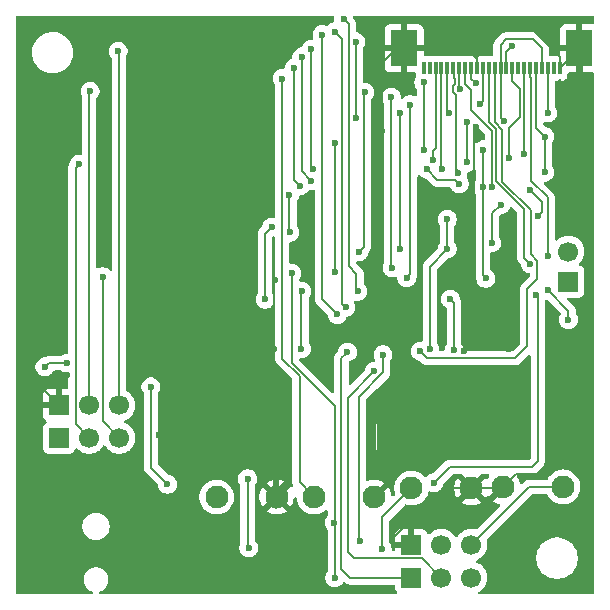
<source format=gbl>
%TF.GenerationSoftware,KiCad,Pcbnew,9.0.7*%
%TF.CreationDate,2026-02-16T18:04:32-06:00*%
%TF.ProjectId,326pcb,33323670-6362-42e6-9b69-6361645f7063,rev?*%
%TF.SameCoordinates,Original*%
%TF.FileFunction,Copper,L2,Bot*%
%TF.FilePolarity,Positive*%
%FSLAX46Y46*%
G04 Gerber Fmt 4.6, Leading zero omitted, Abs format (unit mm)*
G04 Created by KiCad (PCBNEW 9.0.7) date 2026-02-16 18:04:32*
%MOMM*%
%LPD*%
G01*
G04 APERTURE LIST*
%TA.AperFunction,ComponentPad*%
%ADD10R,1.700000X1.700000*%
%TD*%
%TA.AperFunction,ComponentPad*%
%ADD11C,1.700000*%
%TD*%
%TA.AperFunction,ComponentPad*%
%ADD12C,1.930400*%
%TD*%
%TA.AperFunction,SMDPad,CuDef*%
%ADD13R,0.300000X1.100000*%
%TD*%
%TA.AperFunction,SMDPad,CuDef*%
%ADD14R,2.300000X3.100000*%
%TD*%
%TA.AperFunction,ViaPad*%
%ADD15C,0.600000*%
%TD*%
%TA.AperFunction,Conductor*%
%ADD16C,0.200000*%
%TD*%
%TA.AperFunction,Conductor*%
%ADD17C,0.500000*%
%TD*%
G04 APERTURE END LIST*
D10*
%TO.P,USB,1,Pin_1*%
%TO.N,+5V*%
X154380000Y-80250000D03*
D11*
%TO.P,USB,2,Pin_2*%
%TO.N,MCU_TX*%
X156920000Y-80250000D03*
%TO.P,USB,3,Pin_3*%
%TO.N,MCU_RX*%
X159460000Y-80250000D03*
%TD*%
D10*
%TO.P,J6,1,Pin_1*%
%TO.N,GND*%
X154380000Y-77500000D03*
D11*
%TO.P,J6,2,Pin_2*%
%TO.N,ESP32_RX*%
X156920000Y-77500000D03*
%TO.P,J6,3,Pin_3*%
%TO.N,ESP32_TX*%
X159460000Y-77500000D03*
%TD*%
D12*
%TO.P,PRVSN,1,1*%
%TO.N,PROVISION*%
X184210000Y-84500000D03*
%TO.P,PRVSN,2,2*%
%TO.N,GND*%
X189290000Y-84500000D03*
%TD*%
D10*
%TO.P,JMP,1,Pin_1*%
%TO.N,Net-(J1-Pin_1)*%
X197500000Y-67025000D03*
D11*
%TO.P,JMP,2,Pin_2*%
%TO.N,VDD1V2*%
X197500000Y-64485000D03*
%TD*%
D12*
%TO.P,IO0,1,1*%
%TO.N,IO0*%
X175960000Y-85250000D03*
%TO.P,IO0,2,2*%
%TO.N,GND*%
X181040000Y-85250000D03*
%TD*%
%TO.P,MCU RST,1,1*%
%TO.N,GND*%
X191960000Y-84400000D03*
%TO.P,MCU RST,2,2*%
%TO.N,NRST*%
X197040000Y-84400000D03*
%TD*%
D10*
%TO.P,J4,1,Pin_1*%
%TO.N,GND*%
X184190000Y-89310000D03*
D11*
%TO.P,J4,2,Pin_2*%
%TO.N,+3V0*%
X186730000Y-89310000D03*
%TO.P,J4,3,Pin_3*%
%TO.N,NRST*%
X189270000Y-89310000D03*
%TD*%
D10*
%TO.P,PRGM,1,Pin_1*%
%TO.N,SWDCLK*%
X184190000Y-92080000D03*
D11*
%TO.P,PRGM,2,Pin_2*%
%TO.N,SWDIO*%
X186730000Y-92080000D03*
%TO.P,PRGM,3,Pin_3*%
%TO.N,SWO*%
X189270000Y-92080000D03*
%TD*%
D12*
%TO.P,WiFi RST,1,1*%
%TO.N,EN*%
X167710000Y-85250000D03*
%TO.P,WiFi RST,2,2*%
%TO.N,GND*%
X172790000Y-85250000D03*
%TD*%
D13*
%TO.P,J2,1,1*%
%TO.N,unconnected-(J2-Pad1)*%
X185250000Y-48962500D03*
%TO.P,J2,2,2*%
%TO.N,unconnected-(J2-Pad2)*%
X185750000Y-48962500D03*
%TO.P,J2,3,3*%
%TO.N,D2*%
X186250000Y-48962500D03*
%TO.P,J2,4,4*%
%TO.N,D1*%
X186750000Y-48962500D03*
%TO.P,J2,5,5*%
%TO.N,D3*%
X187250000Y-48962500D03*
%TO.P,J2,6,6*%
%TO.N,D0*%
X187750000Y-48962500D03*
%TO.P,J2,7,7*%
%TO.N,D4*%
X188250000Y-48962500D03*
%TO.P,J2,8,8*%
%TO.N,PCLK*%
X188750000Y-48962500D03*
%TO.P,J2,9,9*%
%TO.N,D5*%
X189250000Y-48962500D03*
%TO.P,J2,10,10*%
%TO.N,GND*%
X189750000Y-48962500D03*
%TO.P,J2,11,11*%
%TO.N,D6*%
X190250000Y-48962500D03*
%TO.P,J2,12,12*%
%TO.N,XCLK*%
X190750000Y-48962500D03*
%TO.P,J2,13,13*%
%TO.N,D7*%
X191250000Y-48962500D03*
%TO.P,J2,14,14*%
%TO.N,+3V0*%
X191750000Y-48962500D03*
%TO.P,J2,15,15*%
%TO.N,VDD1V2*%
X192250000Y-48962500D03*
%TO.P,J2,16,16*%
%TO.N,HREF*%
X192750000Y-48962500D03*
%TO.P,J2,17,17*%
%TO.N,unconnected-(J2-Pad17)*%
X193250000Y-48962500D03*
%TO.P,J2,18,18*%
%TO.N,VSYNC*%
X193750000Y-48962500D03*
%TO.P,J2,19,19*%
%TO.N,RST_CAM*%
X194250000Y-48962500D03*
%TO.P,J2,20,20*%
%TO.N,SCL*%
X194750000Y-48962500D03*
%TO.P,J2,21,21*%
%TO.N,+3V0*%
X195250000Y-48962500D03*
%TO.P,J2,22,22*%
%TO.N,SDA*%
X195750000Y-48962500D03*
%TO.P,J2,23,23*%
%TO.N,unconnected-(J2-Pad23)*%
X196250000Y-48962500D03*
%TO.P,J2,24,24*%
%TO.N,GND*%
X196750000Y-48962500D03*
D14*
%TO.P,J2,S1,SHIELD*%
X183580000Y-47262500D03*
%TO.P,J2,S2,SHIELD*%
X198420000Y-47262500D03*
%TD*%
D15*
%TO.N,GND*%
X190530000Y-85840000D03*
X195490000Y-83310000D03*
X155034265Y-74925735D03*
X151480000Y-72270000D03*
X162820000Y-79980000D03*
X165370000Y-76340000D03*
X172580000Y-72700000D03*
X172620000Y-66890000D03*
%TO.N,PROVISION*%
X194790000Y-68150000D03*
X186110000Y-84060000D03*
%TO.N,GND*%
X182579236Y-88840764D03*
%TO.N,NRST*%
X177680000Y-87440000D03*
%TO.N,SWO*%
X181794845Y-73221701D03*
X179840000Y-88950000D03*
%TO.N,SWDIO*%
X181050000Y-74610000D03*
%TO.N,SWDCLK*%
X178790000Y-72990000D03*
%TO.N,+3V0*%
X170330000Y-83720000D03*
X170440000Y-89570000D03*
%TO.N,PROVISION*%
X181740000Y-89700000D03*
%TO.N,NRST*%
X177700000Y-92120000D03*
X174090000Y-66310000D03*
%TO.N,+3V0*%
X174920000Y-67830000D03*
X174890000Y-72710000D03*
X155070000Y-73930000D03*
X153170000Y-74250000D03*
%TO.N,MCU_RX*%
X158050000Y-66610000D03*
%TO.N,MCU_TX*%
X156050000Y-57110000D03*
%TO.N,ESP32_RX*%
X156995000Y-50895000D03*
%TO.N,ESP32_TX*%
X159370000Y-47510000D03*
%TO.N,EN*%
X163550000Y-84180000D03*
X162150000Y-75940000D03*
%TO.N,MCU_TX*%
X173920000Y-62850000D03*
X173880000Y-59680000D03*
%TO.N,IO0*%
X173280000Y-49830000D03*
%TO.N,CS*%
X174760000Y-58930000D03*
X174260000Y-48960000D03*
%TO.N,MISO*%
X175700000Y-58470000D03*
X174930000Y-48000000D03*
%TO.N,SCK*%
X188900000Y-56930000D03*
X188930000Y-53510000D03*
X179500000Y-53160000D03*
X179500000Y-46730000D03*
%TO.N,CTRL0*%
X176640000Y-46110000D03*
X177940000Y-69810000D03*
%TO.N,CTRL1*%
X178640000Y-69200000D03*
X177740000Y-45870000D03*
%TO.N,CTRL2*%
X179675000Y-67850001D03*
X178470000Y-44800000D03*
%TO.N,CTRL3*%
X172380000Y-62400000D03*
X171810000Y-68530000D03*
%TO.N,GND*%
X173460000Y-81250000D03*
X170883800Y-75801000D03*
X176650000Y-74684000D03*
X176560000Y-72250000D03*
%TO.N,SDA*%
X177750000Y-55250000D03*
X177750000Y-66250000D03*
%TO.N,GND*%
X196600000Y-62800000D03*
X188650000Y-72900000D03*
X192400000Y-80600000D03*
X192500000Y-71000000D03*
X189700735Y-53950735D03*
X198500000Y-50250000D03*
X189250000Y-62250000D03*
X196450000Y-78800000D03*
X192500000Y-72750000D03*
X181750000Y-54250000D03*
X173750000Y-84000000D03*
X188650000Y-69250000D03*
%TO.N,+3V0*%
X190250000Y-59000000D03*
X187817848Y-72790571D03*
X190275735Y-55875735D03*
X187500000Y-68500000D03*
X190500000Y-66750001D03*
X195750000Y-67750000D03*
X192031196Y-53468804D03*
X197500000Y-70250000D03*
%TO.N,VDD1V2*%
X185250000Y-50150000D03*
X185250000Y-55850000D03*
X185750000Y-72750000D03*
X192750000Y-47100000D03*
X187250000Y-61750000D03*
X187250000Y-64250000D03*
%TO.N,VSYNC*%
X193725494Y-56179983D03*
%TO.N,D1*%
X186824000Y-57500000D03*
%TO.N,PCLK*%
X194250000Y-59250000D03*
X194900000Y-61500000D03*
X191049265Y-59049265D03*
%TO.N,D5*%
X182500000Y-51400000D03*
X182564994Y-65857181D03*
X189650000Y-50250000D03*
%TO.N,RST_CAM*%
X195750000Y-64850001D03*
%TO.N,HREF*%
X192500000Y-56600000D03*
%TO.N,D2*%
X186000000Y-56750000D03*
%TO.N,D4*%
X179750000Y-64500000D03*
X180250000Y-51000000D03*
X188350000Y-50750000D03*
%TO.N,D3*%
X187400000Y-52750000D03*
X183250000Y-52710000D03*
X183250000Y-64250000D03*
%TO.N,D6*%
X190000000Y-52000000D03*
X184100000Y-52050000D03*
X183800000Y-66700000D03*
%TO.N,D0*%
X188150000Y-57850000D03*
%TO.N,XCLK*%
X194250000Y-65500000D03*
%TO.N,D7*%
X184931520Y-72908480D03*
%TO.N,SCL*%
X191750000Y-60500000D03*
X195500000Y-57750000D03*
X191000000Y-63750000D03*
X195500000Y-54750000D03*
%TO.N,SDA*%
X195750000Y-52750000D03*
%TO.N,MOSI*%
X188250000Y-58750000D03*
X185500000Y-57500000D03*
X175860000Y-57500000D03*
X175730000Y-47370000D03*
%TD*%
D16*
%TO.N,CTRL1*%
X178351000Y-68911000D02*
X178640000Y-69200000D01*
X178351000Y-46481000D02*
X178351000Y-68911000D01*
X177740000Y-45870000D02*
X178351000Y-46481000D01*
%TO.N,GND*%
X190530000Y-85830000D02*
X190530000Y-85840000D01*
X191960000Y-84400000D02*
X190530000Y-85830000D01*
X193050000Y-83310000D02*
X195490000Y-83310000D01*
X191960000Y-84400000D02*
X193050000Y-83310000D01*
X154380000Y-75580000D02*
X154380000Y-77500000D01*
X155034265Y-74925735D02*
X154380000Y-75580000D01*
X151480000Y-72270000D02*
X151480000Y-74600000D01*
X151480000Y-74600000D02*
X154380000Y-77500000D01*
X162820000Y-79980000D02*
X162820000Y-78890000D01*
X162820000Y-78890000D02*
X165370000Y-76340000D01*
X172580000Y-66930000D02*
X172580000Y-72700000D01*
X172620000Y-66890000D02*
X172580000Y-66930000D01*
%TO.N,PROVISION*%
X194910000Y-68270000D02*
X194790000Y-68150000D01*
X194910000Y-82160000D02*
X194910000Y-68270000D01*
X194430000Y-82730000D02*
X194910000Y-82250000D01*
X186110000Y-84060000D02*
X187440000Y-82730000D01*
X187440000Y-82730000D02*
X194430000Y-82730000D01*
X194910000Y-82250000D02*
X194910000Y-82160000D01*
%TO.N,GND*%
X186920000Y-84500000D02*
X189290000Y-84500000D01*
X182579236Y-88840764D02*
X186920000Y-84500000D01*
%TO.N,SWO*%
X181794845Y-74715098D02*
X181794845Y-73221701D01*
X179750000Y-88860000D02*
X179750000Y-76759943D01*
X179840000Y-88950000D02*
X179750000Y-88860000D01*
X179750000Y-76759943D02*
X181794845Y-74715098D01*
%TO.N,SWDIO*%
X178800000Y-76860000D02*
X181050000Y-74610000D01*
X178800000Y-89880000D02*
X178800000Y-76860000D01*
X179381000Y-90461000D02*
X178800000Y-89880000D01*
X185111000Y-90461000D02*
X179381000Y-90461000D01*
X186730000Y-92080000D02*
X185111000Y-90461000D01*
%TO.N,SWDCLK*%
X178760000Y-72990000D02*
X178790000Y-72990000D01*
X178630000Y-73120000D02*
X178760000Y-72990000D01*
X178280000Y-91320000D02*
X178280000Y-73470000D01*
X178280000Y-73470000D02*
X178630000Y-73120000D01*
X184190000Y-92080000D02*
X179040000Y-92080000D01*
X179040000Y-92080000D02*
X178280000Y-91320000D01*
%TO.N,D7*%
X191250000Y-53536138D02*
X191250000Y-48962500D01*
X191899000Y-54185138D02*
X191250000Y-53536138D01*
X191899000Y-58585195D02*
X191899000Y-54185138D01*
X194299000Y-60985195D02*
X191899000Y-58585195D01*
X194299000Y-64699057D02*
X194299000Y-60985195D01*
X194851000Y-66799057D02*
X194851000Y-65251057D01*
X194000000Y-67650057D02*
X194851000Y-66799057D01*
X193000000Y-73500000D02*
X194000000Y-72500000D01*
X185523041Y-73500000D02*
X193000000Y-73500000D01*
X194851000Y-65251057D02*
X194299000Y-64699057D01*
X194000000Y-72500000D02*
X194000000Y-67650057D01*
X184931520Y-72908480D02*
X185523041Y-73500000D01*
%TO.N,NRST*%
X194180000Y-84400000D02*
X197040000Y-84400000D01*
X189270000Y-89310000D02*
X194180000Y-84400000D01*
%TO.N,+3V0*%
X170330000Y-83720000D02*
X170330000Y-89460000D01*
X170330000Y-89460000D02*
X170440000Y-89570000D01*
%TO.N,PROVISION*%
X181740000Y-86970000D02*
X184210000Y-84500000D01*
X181740000Y-89700000D02*
X181740000Y-86970000D01*
%TO.N,NRST*%
X174090000Y-66310000D02*
X174090000Y-73906138D01*
X177700000Y-77516138D02*
X177700000Y-92120000D01*
X174090000Y-73906138D02*
X177700000Y-77516138D01*
%TO.N,+3V0*%
X174890000Y-67860000D02*
X174920000Y-67830000D01*
X174890000Y-72710000D02*
X174890000Y-67860000D01*
X153490000Y-73930000D02*
X153170000Y-74250000D01*
X155070000Y-73930000D02*
X153490000Y-73930000D01*
%TO.N,MCU_RX*%
X158050000Y-66610000D02*
X158071000Y-66631000D01*
X158071000Y-66631000D02*
X158071000Y-78861000D01*
X158071000Y-78861000D02*
X159460000Y-80250000D01*
%TO.N,MCU_TX*%
X156050000Y-57110000D02*
X155769000Y-57391000D01*
X155769000Y-79099000D02*
X156920000Y-80250000D01*
X155769000Y-57391000D02*
X155769000Y-79099000D01*
%TO.N,ESP32_RX*%
X156920000Y-50970000D02*
X156920000Y-77500000D01*
X156995000Y-50895000D02*
X156920000Y-50970000D01*
%TO.N,ESP32_TX*%
X159460000Y-47600000D02*
X159460000Y-77500000D01*
X159370000Y-47510000D02*
X159460000Y-47600000D01*
%TO.N,EN*%
X163550000Y-84180000D02*
X162150000Y-82780000D01*
X162150000Y-82780000D02*
X162150000Y-75940000D01*
%TO.N,MCU_TX*%
X173880000Y-62810000D02*
X173920000Y-62850000D01*
X173880000Y-59680000D02*
X173880000Y-62810000D01*
%TO.N,IO0*%
X174730000Y-84020000D02*
X175960000Y-85250000D01*
X174730000Y-75010000D02*
X174730000Y-84020000D01*
X173280000Y-49830000D02*
X173280000Y-73560000D01*
X173280000Y-73560000D02*
X174730000Y-75010000D01*
%TO.N,CS*%
X174260000Y-58430000D02*
X174260000Y-48960000D01*
X174760000Y-58930000D02*
X174260000Y-58430000D01*
%TO.N,MISO*%
X174930000Y-48000000D02*
X174930000Y-57700000D01*
X174930000Y-57700000D02*
X175700000Y-58470000D01*
%TO.N,SCK*%
X179490000Y-46740000D02*
X179500000Y-46730000D01*
X179490000Y-53150000D02*
X179490000Y-46740000D01*
X179500000Y-53160000D02*
X179490000Y-53150000D01*
X188930000Y-53510000D02*
X188930000Y-56900000D01*
X188930000Y-56900000D02*
X188900000Y-56930000D01*
%TO.N,CTRL0*%
X176640000Y-68510000D02*
X177940000Y-69810000D01*
X176640000Y-46110000D02*
X176640000Y-68510000D01*
%TO.N,CTRL2*%
X178900000Y-45200000D02*
X178900000Y-65730000D01*
X178900000Y-65730000D02*
X179550000Y-66380000D01*
X179550000Y-66380000D02*
X179550000Y-67725001D01*
X178500000Y-44800000D02*
X178900000Y-45200000D01*
X179550000Y-67725001D02*
X179675000Y-67850001D01*
X178470000Y-44800000D02*
X178500000Y-44800000D01*
%TO.N,CTRL3*%
X171810000Y-62970000D02*
X172380000Y-62400000D01*
X171810000Y-68530000D02*
X171810000Y-62970000D01*
%TO.N,GND*%
X170883800Y-78673800D02*
X173460000Y-81250000D01*
X170883800Y-75801000D02*
X170883800Y-78673800D01*
D17*
X172750000Y-81960000D02*
X173460000Y-81250000D01*
D16*
X176560000Y-74594000D02*
X176650000Y-74684000D01*
X170883800Y-72673800D02*
X170883800Y-75801000D01*
D17*
X172750000Y-86000000D02*
X172750000Y-81960000D01*
D16*
X176560000Y-72250000D02*
X176560000Y-74594000D01*
%TO.N,SDA*%
X177750000Y-66250000D02*
X177750000Y-55250000D01*
D17*
%TO.N,GND*%
X172790000Y-85250000D02*
X172790000Y-84960000D01*
D16*
X196400000Y-77600000D02*
X196400000Y-78750000D01*
X189700735Y-53950735D02*
X189500000Y-54151470D01*
X183580000Y-47262500D02*
X188852000Y-47262500D01*
X189750000Y-48962500D02*
X189750000Y-47250000D01*
X189250000Y-62250000D02*
X188650000Y-62850000D01*
X181750000Y-54250000D02*
X181750000Y-48500000D01*
X189750000Y-48160500D02*
X189750000Y-48962500D01*
X198420000Y-47292500D02*
X196750000Y-48962500D01*
X194500000Y-45750000D02*
X196750000Y-48000000D01*
X181750000Y-48500000D02*
X182987500Y-47262500D01*
D17*
X198500000Y-50250000D02*
X198500000Y-47342500D01*
D16*
X196400000Y-78750000D02*
X196450000Y-78800000D01*
X188650000Y-62850000D02*
X188650000Y-69250000D01*
D17*
X198500000Y-47342500D02*
X198420000Y-47262500D01*
D16*
X188852000Y-47262500D02*
X189750000Y-48160500D01*
X196750000Y-48000000D02*
X196750000Y-48962500D01*
D17*
X172790000Y-84960000D02*
X173750000Y-84000000D01*
D16*
X189500000Y-62000000D02*
X189250000Y-62250000D01*
D17*
X192500000Y-72750000D02*
X192500000Y-71000000D01*
D16*
X189750000Y-47250000D02*
X191250000Y-45750000D01*
X182987500Y-47262500D02*
X183580000Y-47262500D01*
X189500000Y-54151470D02*
X189500000Y-62000000D01*
X189290000Y-84500000D02*
X192170000Y-84500000D01*
X191250000Y-45750000D02*
X194500000Y-45750000D01*
X188650000Y-69250000D02*
X188650000Y-72900000D01*
X198420000Y-47262500D02*
X198420000Y-47292500D01*
%TO.N,+3V0*%
X190250000Y-66500001D02*
X190500000Y-66750001D01*
X191750000Y-48962500D02*
X191750000Y-53187608D01*
X191750000Y-48962500D02*
X191750000Y-47000000D01*
X192250000Y-46500000D02*
X194500000Y-46500000D01*
X197500000Y-69500000D02*
X197500000Y-70250000D01*
X190250000Y-59000000D02*
X190250000Y-66500001D01*
X195250000Y-47250000D02*
X195250000Y-48962500D01*
X194500000Y-46500000D02*
X195250000Y-47250000D01*
X187817848Y-68817848D02*
X187817848Y-72790571D01*
X187500000Y-68500000D02*
X187817848Y-68817848D01*
X190275735Y-55875735D02*
X190250000Y-55901470D01*
X191750000Y-47000000D02*
X192250000Y-46500000D01*
X195750000Y-67750000D02*
X197500000Y-69500000D01*
X190250000Y-55901470D02*
X190250000Y-59000000D01*
X191750000Y-53187608D02*
X192031196Y-53468804D01*
%TO.N,VDD1V2*%
X192250000Y-48962500D02*
X192250000Y-47600000D01*
X185250000Y-50150000D02*
X185250000Y-55850000D01*
X187250000Y-61750000D02*
X187250000Y-64250000D01*
X192250000Y-47600000D02*
X192750000Y-47100000D01*
X187250000Y-64250000D02*
X185750000Y-65750000D01*
X185750000Y-65750000D02*
X185750000Y-72750000D01*
%TO.N,VSYNC*%
X193725494Y-56125156D02*
X193725494Y-56179983D01*
X193750000Y-56100650D02*
X193725494Y-56125156D01*
X193750000Y-48962500D02*
X193750000Y-56100650D01*
%TO.N,D1*%
X186750000Y-57426000D02*
X186824000Y-57500000D01*
X186750000Y-48962500D02*
X186750000Y-57426000D01*
%TO.N,PCLK*%
X195250000Y-60250000D02*
X194250000Y-59250000D01*
X188750000Y-50300057D02*
X189250000Y-50800057D01*
X194900000Y-61500000D02*
X195250000Y-61150000D01*
X195250000Y-61150000D02*
X195250000Y-60250000D01*
X189250000Y-50800057D02*
X189250000Y-52500000D01*
X188750000Y-48962500D02*
X188750000Y-50300057D01*
X191049265Y-54299265D02*
X191049265Y-59049265D01*
X189250000Y-52500000D02*
X191049265Y-54299265D01*
%TO.N,D5*%
X182500000Y-65792187D02*
X182500000Y-51400000D01*
X189250000Y-49850000D02*
X189250000Y-48962500D01*
X189650000Y-50250000D02*
X189250000Y-49850000D01*
X182564994Y-65857181D02*
X182500000Y-65792187D01*
%TO.N,RST_CAM*%
X194250000Y-49737006D02*
X194250000Y-48962500D01*
X194326494Y-49813500D02*
X194250000Y-49737006D01*
X194326494Y-58476551D02*
X194326494Y-49813500D01*
X195750000Y-59900057D02*
X194326494Y-58476551D01*
X195750000Y-64850001D02*
X195750000Y-59900057D01*
%TO.N,HREF*%
X192500000Y-54000000D02*
X193422000Y-53078000D01*
X193422000Y-50750000D02*
X192750000Y-50078000D01*
X192500000Y-56600000D02*
X192500000Y-54000000D01*
X193422000Y-53078000D02*
X193422000Y-50750000D01*
X192750000Y-50078000D02*
X192750000Y-48962500D01*
%TO.N,D2*%
X186250000Y-55750000D02*
X186250000Y-48962500D01*
X186000000Y-56750000D02*
X186000000Y-56000000D01*
X186000000Y-56000000D02*
X186250000Y-55750000D01*
%TO.N,D4*%
X180149000Y-51101000D02*
X180250000Y-51000000D01*
X180149000Y-64101000D02*
X180149000Y-51101000D01*
X188250000Y-50650000D02*
X188250000Y-48962500D01*
X188350000Y-50750000D02*
X188250000Y-50650000D01*
X179750000Y-64500000D02*
X180149000Y-64101000D01*
%TO.N,D3*%
X187250000Y-52600000D02*
X187400000Y-52750000D01*
X187250000Y-48962500D02*
X187250000Y-52600000D01*
X183250000Y-52710000D02*
X183250000Y-64250000D01*
%TO.N,D6*%
X184100000Y-52050000D02*
X184100000Y-66400000D01*
X190000000Y-52000000D02*
X190250000Y-51750000D01*
X184100000Y-66400000D02*
X183800000Y-66700000D01*
X190250000Y-51750000D02*
X190250000Y-48962500D01*
%TO.N,D0*%
X188000000Y-57500000D02*
X188000000Y-51249943D01*
X187799000Y-49813500D02*
X187799000Y-49011500D01*
X188000000Y-51249943D02*
X187749000Y-50998943D01*
X187922000Y-49813500D02*
X187799000Y-49813500D01*
X187749000Y-50501057D02*
X187922000Y-50328057D01*
X187922000Y-50328057D02*
X187922000Y-49813500D01*
X188150000Y-57850000D02*
X188150000Y-57650000D01*
X187799000Y-49011500D02*
X187750000Y-48962500D01*
X187749000Y-50998943D02*
X187749000Y-50501057D01*
X188150000Y-57650000D02*
X188000000Y-57500000D01*
%TO.N,XCLK*%
X193750000Y-60900057D02*
X191377265Y-58527322D01*
X191377265Y-58527322D02*
X191377265Y-54127265D01*
X191377265Y-54127265D02*
X190750000Y-53500000D01*
X193750000Y-65000000D02*
X193750000Y-60900057D01*
X190750000Y-53500000D02*
X190750000Y-48962500D01*
X194250000Y-65500000D02*
X193750000Y-65000000D01*
%TO.N,SCL*%
X194750000Y-48962500D02*
X194750000Y-54000000D01*
X191000000Y-63750000D02*
X191000000Y-61250000D01*
X194750000Y-54000000D02*
X195500000Y-54750000D01*
X191000000Y-61250000D02*
X191750000Y-60500000D01*
X195500000Y-57750000D02*
X195500000Y-54750000D01*
%TO.N,SDA*%
X195750000Y-48962500D02*
X195750000Y-52750000D01*
%TO.N,MOSI*%
X175730000Y-57370000D02*
X175860000Y-57500000D01*
X175730000Y-47370000D02*
X175730000Y-57370000D01*
X186400000Y-58400000D02*
X185500000Y-57500000D01*
X188250000Y-58750000D02*
X187900000Y-58400000D01*
X187900000Y-58400000D02*
X186400000Y-58400000D01*
%TD*%
%TA.AperFunction,Conductor*%
%TO.N,GND*%
G36*
X191000000Y-77000000D02*
G01*
X194309500Y-77000000D01*
X194309500Y-81250000D01*
X181250000Y-81250000D01*
X181250000Y-77000000D01*
X188750000Y-77000000D01*
X188750000Y-74100500D01*
X191000000Y-74100500D01*
X191000000Y-77000000D01*
G37*
%TD.AperFunction*%
%TA.AperFunction,Conductor*%
G36*
X191000000Y-72899500D02*
G01*
X188750000Y-72899500D01*
X188750000Y-72800000D01*
X191000000Y-72750000D01*
X191000000Y-72899500D01*
G37*
%TD.AperFunction*%
%TD*%
%TA.AperFunction,Conductor*%
%TO.N,GND*%
G36*
X177629336Y-44520185D02*
G01*
X177675091Y-44572989D01*
X177685035Y-44642147D01*
X177683914Y-44648691D01*
X177669500Y-44721153D01*
X177669500Y-44878841D01*
X177681472Y-44939031D01*
X177675244Y-45008622D01*
X177632380Y-45063799D01*
X177584046Y-45084838D01*
X177506508Y-45100261D01*
X177506498Y-45100264D01*
X177360827Y-45160602D01*
X177360814Y-45160609D01*
X177229711Y-45248210D01*
X177118874Y-45359047D01*
X177057551Y-45392531D01*
X176987859Y-45387547D01*
X176983741Y-45385927D01*
X176965544Y-45378390D01*
X176873497Y-45340263D01*
X176873492Y-45340262D01*
X176873489Y-45340261D01*
X176718845Y-45309500D01*
X176718842Y-45309500D01*
X176561158Y-45309500D01*
X176561155Y-45309500D01*
X176406510Y-45340261D01*
X176406498Y-45340264D01*
X176260827Y-45400602D01*
X176260814Y-45400609D01*
X176129711Y-45488210D01*
X176129707Y-45488213D01*
X176018213Y-45599707D01*
X176018210Y-45599711D01*
X175930609Y-45730814D01*
X175930602Y-45730827D01*
X175870264Y-45876498D01*
X175870261Y-45876510D01*
X175839500Y-46031153D01*
X175839500Y-46188846D01*
X175870261Y-46343489D01*
X175870264Y-46343501D01*
X175892858Y-46398048D01*
X175900327Y-46467518D01*
X175869051Y-46529997D01*
X175808962Y-46565648D01*
X175778297Y-46569500D01*
X175651155Y-46569500D01*
X175496510Y-46600261D01*
X175496498Y-46600264D01*
X175350827Y-46660602D01*
X175350814Y-46660609D01*
X175219711Y-46748210D01*
X175219707Y-46748213D01*
X175108213Y-46859707D01*
X175108210Y-46859711D01*
X175020609Y-46990814D01*
X175020602Y-46990827D01*
X174965876Y-47122952D01*
X174922036Y-47177356D01*
X174855742Y-47199421D01*
X174851315Y-47199500D01*
X174851155Y-47199500D01*
X174696510Y-47230261D01*
X174696498Y-47230264D01*
X174550827Y-47290602D01*
X174550814Y-47290609D01*
X174419711Y-47378210D01*
X174419707Y-47378213D01*
X174308213Y-47489707D01*
X174308210Y-47489711D01*
X174220609Y-47620814D01*
X174220602Y-47620827D01*
X174160264Y-47766498D01*
X174160261Y-47766510D01*
X174129500Y-47921153D01*
X174129500Y-48068011D01*
X174109815Y-48135050D01*
X174057011Y-48180805D01*
X174029696Y-48189627D01*
X174026512Y-48190260D01*
X174026498Y-48190264D01*
X173880827Y-48250602D01*
X173880814Y-48250609D01*
X173749711Y-48338210D01*
X173749707Y-48338213D01*
X173638213Y-48449707D01*
X173638210Y-48449711D01*
X173550609Y-48580814D01*
X173550602Y-48580827D01*
X173490264Y-48726498D01*
X173490261Y-48726510D01*
X173459500Y-48881153D01*
X173459500Y-48905500D01*
X173439815Y-48972539D01*
X173387011Y-49018294D01*
X173335500Y-49029500D01*
X173201155Y-49029500D01*
X173046510Y-49060261D01*
X173046498Y-49060264D01*
X172900827Y-49120602D01*
X172900814Y-49120609D01*
X172769711Y-49208210D01*
X172769707Y-49208213D01*
X172658213Y-49319707D01*
X172658210Y-49319711D01*
X172570609Y-49450814D01*
X172570602Y-49450827D01*
X172510264Y-49596498D01*
X172510261Y-49596510D01*
X172479500Y-49751153D01*
X172479500Y-49908846D01*
X172510261Y-50063489D01*
X172510264Y-50063501D01*
X172570602Y-50209172D01*
X172570609Y-50209185D01*
X172658602Y-50340874D01*
X172679480Y-50407551D01*
X172679500Y-50409765D01*
X172679500Y-61492297D01*
X172659815Y-61559336D01*
X172607011Y-61605091D01*
X172537853Y-61615035D01*
X172531309Y-61613914D01*
X172458845Y-61599500D01*
X172458842Y-61599500D01*
X172301158Y-61599500D01*
X172301155Y-61599500D01*
X172146510Y-61630261D01*
X172146498Y-61630264D01*
X172000827Y-61690602D01*
X172000814Y-61690609D01*
X171869711Y-61778210D01*
X171869707Y-61778213D01*
X171758213Y-61889707D01*
X171758210Y-61889711D01*
X171670609Y-62020814D01*
X171670602Y-62020827D01*
X171610264Y-62166498D01*
X171610261Y-62166508D01*
X171579362Y-62321847D01*
X171570596Y-62338604D01*
X171566577Y-62357081D01*
X171547832Y-62382122D01*
X171546977Y-62383758D01*
X171545427Y-62385336D01*
X171498993Y-62431769D01*
X171441285Y-62489478D01*
X171441284Y-62489479D01*
X171434218Y-62496546D01*
X171434215Y-62496547D01*
X171434214Y-62496548D01*
X171434215Y-62496549D01*
X171329480Y-62601284D01*
X171295433Y-62660256D01*
X171250423Y-62738215D01*
X171209499Y-62890943D01*
X171209499Y-62890945D01*
X171209499Y-63059046D01*
X171209500Y-63059059D01*
X171209500Y-67950234D01*
X171189815Y-68017273D01*
X171188602Y-68019125D01*
X171100609Y-68150814D01*
X171100602Y-68150827D01*
X171040264Y-68296498D01*
X171040261Y-68296510D01*
X171009500Y-68451153D01*
X171009500Y-68608846D01*
X171040261Y-68763489D01*
X171040264Y-68763501D01*
X171100602Y-68909172D01*
X171100609Y-68909185D01*
X171188210Y-69040288D01*
X171188213Y-69040292D01*
X171299707Y-69151786D01*
X171299711Y-69151789D01*
X171430814Y-69239390D01*
X171430827Y-69239397D01*
X171526062Y-69278844D01*
X171576503Y-69299737D01*
X171731153Y-69330499D01*
X171731156Y-69330500D01*
X171731158Y-69330500D01*
X171888844Y-69330500D01*
X171888845Y-69330499D01*
X172043497Y-69299737D01*
X172189179Y-69239394D01*
X172320289Y-69151789D01*
X172431789Y-69040289D01*
X172445406Y-69019908D01*
X172452398Y-69009446D01*
X172506010Y-68964641D01*
X172575335Y-68955934D01*
X172638363Y-68986088D01*
X172675082Y-69045531D01*
X172679500Y-69078337D01*
X172679500Y-73473330D01*
X172679499Y-73473348D01*
X172679499Y-73639054D01*
X172679498Y-73639054D01*
X172706470Y-73739711D01*
X172720423Y-73791785D01*
X172726012Y-73801466D01*
X172745563Y-73835327D01*
X172745564Y-73835331D01*
X172745565Y-73835331D01*
X172799479Y-73928714D01*
X172799481Y-73928717D01*
X172918349Y-74047585D01*
X172918355Y-74047590D01*
X174093181Y-75222416D01*
X174126666Y-75283739D01*
X174129500Y-75310097D01*
X174129500Y-83933330D01*
X174129499Y-83933348D01*
X174129499Y-83940943D01*
X174129499Y-84099057D01*
X174137958Y-84130625D01*
X174171105Y-84254334D01*
X174169442Y-84324184D01*
X174130279Y-84382046D01*
X174066051Y-84409550D01*
X174041602Y-84410045D01*
X173987744Y-84405806D01*
X173279494Y-85114056D01*
X173263381Y-85053919D01*
X173196502Y-84938080D01*
X173101920Y-84843498D01*
X172986081Y-84776619D01*
X172925941Y-84760504D01*
X173634192Y-84052254D01*
X173634191Y-84052253D01*
X173557935Y-83996850D01*
X173352446Y-83892147D01*
X173133102Y-83820877D01*
X172905319Y-83784800D01*
X172674681Y-83784800D01*
X172446897Y-83820877D01*
X172227553Y-83892147D01*
X172022069Y-83996847D01*
X171945807Y-84052254D01*
X172654058Y-84760504D01*
X172593919Y-84776619D01*
X172478080Y-84843498D01*
X172383498Y-84938080D01*
X172316619Y-85053919D01*
X172300504Y-85114057D01*
X171592254Y-84405807D01*
X171536847Y-84482069D01*
X171432147Y-84687553D01*
X171360877Y-84906897D01*
X171324800Y-85134680D01*
X171324800Y-85365319D01*
X171360877Y-85593102D01*
X171432147Y-85812446D01*
X171536850Y-86017935D01*
X171592253Y-86094191D01*
X171592254Y-86094192D01*
X172300504Y-85385941D01*
X172316619Y-85446081D01*
X172383498Y-85561920D01*
X172478080Y-85656502D01*
X172593919Y-85723381D01*
X172654057Y-85739494D01*
X171945806Y-86447744D01*
X172022067Y-86503151D01*
X172227553Y-86607852D01*
X172446897Y-86679122D01*
X172674681Y-86715200D01*
X172905319Y-86715200D01*
X173133102Y-86679122D01*
X173352446Y-86607852D01*
X173557924Y-86503155D01*
X173557930Y-86503151D01*
X173634191Y-86447744D01*
X173634192Y-86447744D01*
X172925942Y-85739495D01*
X172986081Y-85723381D01*
X173101920Y-85656502D01*
X173196502Y-85561920D01*
X173263381Y-85446081D01*
X173279494Y-85385942D01*
X173987744Y-86094192D01*
X173987744Y-86094191D01*
X174043151Y-86017930D01*
X174043155Y-86017924D01*
X174147852Y-85812446D01*
X174219122Y-85593102D01*
X174252274Y-85383790D01*
X174282203Y-85320655D01*
X174341515Y-85283724D01*
X174411377Y-85284722D01*
X174469610Y-85323332D01*
X174497220Y-85383790D01*
X174530390Y-85593219D01*
X174564353Y-85697744D01*
X174601683Y-85812633D01*
X174601684Y-85812636D01*
X174601685Y-85812637D01*
X174624960Y-85858317D01*
X174706421Y-86018194D01*
X174842027Y-86204839D01*
X175005161Y-86367973D01*
X175191806Y-86503579D01*
X175397367Y-86608317D01*
X175574850Y-86665984D01*
X175616780Y-86679609D01*
X175730714Y-86697654D01*
X175844647Y-86715700D01*
X175844648Y-86715700D01*
X176075352Y-86715700D01*
X176075353Y-86715700D01*
X176303219Y-86679609D01*
X176522633Y-86608317D01*
X176728194Y-86503579D01*
X176902616Y-86376853D01*
X176968420Y-86353374D01*
X177036474Y-86369199D01*
X177085169Y-86419305D01*
X177099500Y-86477172D01*
X177099500Y-86837059D01*
X177079815Y-86904098D01*
X177063181Y-86924740D01*
X177058213Y-86929707D01*
X177058210Y-86929711D01*
X176970609Y-87060814D01*
X176970602Y-87060827D01*
X176910264Y-87206498D01*
X176910261Y-87206510D01*
X176879500Y-87361153D01*
X176879500Y-87518846D01*
X176910261Y-87673489D01*
X176910264Y-87673501D01*
X176970602Y-87819172D01*
X176970609Y-87819185D01*
X177057816Y-87949699D01*
X177058211Y-87950289D01*
X177063178Y-87955256D01*
X177096665Y-88016575D01*
X177099500Y-88042940D01*
X177099500Y-91540234D01*
X177079815Y-91607273D01*
X177078602Y-91609125D01*
X176990609Y-91740814D01*
X176990602Y-91740827D01*
X176930264Y-91886498D01*
X176930261Y-91886510D01*
X176899500Y-92041153D01*
X176899500Y-92198846D01*
X176930261Y-92353489D01*
X176930264Y-92353501D01*
X176990602Y-92499172D01*
X176990609Y-92499185D01*
X177078210Y-92630288D01*
X177078213Y-92630292D01*
X177189707Y-92741786D01*
X177189711Y-92741789D01*
X177320814Y-92829390D01*
X177320827Y-92829397D01*
X177466498Y-92889735D01*
X177466503Y-92889737D01*
X177616910Y-92919655D01*
X177621153Y-92920499D01*
X177621156Y-92920500D01*
X177621158Y-92920500D01*
X177778844Y-92920500D01*
X177778845Y-92920499D01*
X177933497Y-92889737D01*
X178079179Y-92829394D01*
X178210289Y-92741789D01*
X178321789Y-92630289D01*
X178405779Y-92504588D01*
X178416562Y-92495577D01*
X178423632Y-92483432D01*
X178442839Y-92473616D01*
X178459391Y-92459784D01*
X178473335Y-92458032D01*
X178485849Y-92451638D01*
X178507313Y-92453765D01*
X178528716Y-92451077D01*
X178542782Y-92457279D01*
X178555378Y-92458528D01*
X178574844Y-92471417D01*
X178585880Y-92476284D01*
X178591500Y-92480736D01*
X178671284Y-92560520D01*
X178740567Y-92600520D01*
X178782180Y-92624545D01*
X178808212Y-92639576D01*
X178808214Y-92639576D01*
X178808215Y-92639577D01*
X178960942Y-92680500D01*
X178960943Y-92680500D01*
X182715501Y-92680500D01*
X182782540Y-92700185D01*
X182828295Y-92752989D01*
X182839501Y-92804500D01*
X182839501Y-92977876D01*
X182845908Y-93037483D01*
X182896202Y-93172328D01*
X182896206Y-93172335D01*
X182982452Y-93287544D01*
X182982727Y-93287819D01*
X182982912Y-93288159D01*
X182987768Y-93294645D01*
X182986835Y-93295343D01*
X183016212Y-93349142D01*
X183011228Y-93418834D01*
X182969356Y-93474767D01*
X182903892Y-93499184D01*
X182895046Y-93499500D01*
X157851919Y-93499500D01*
X157784880Y-93479815D01*
X157739125Y-93427011D01*
X157729181Y-93357853D01*
X157758206Y-93294297D01*
X157804466Y-93260939D01*
X157806418Y-93260130D01*
X157806420Y-93260130D01*
X157997598Y-93180941D01*
X158169655Y-93065977D01*
X158315977Y-92919655D01*
X158430941Y-92747598D01*
X158510130Y-92556420D01*
X158550500Y-92353465D01*
X158550500Y-92146535D01*
X158510130Y-91943580D01*
X158430941Y-91752402D01*
X158315977Y-91580345D01*
X158315975Y-91580342D01*
X158169657Y-91434024D01*
X158052136Y-91355500D01*
X157997598Y-91319059D01*
X157806420Y-91239870D01*
X157806412Y-91239868D01*
X157603469Y-91199500D01*
X157603465Y-91199500D01*
X157396535Y-91199500D01*
X157396530Y-91199500D01*
X157193587Y-91239868D01*
X157193579Y-91239870D01*
X157002403Y-91319058D01*
X156830342Y-91434024D01*
X156684024Y-91580342D01*
X156569058Y-91752403D01*
X156489870Y-91943579D01*
X156489868Y-91943587D01*
X156449500Y-92146530D01*
X156449500Y-92353469D01*
X156489868Y-92556412D01*
X156489870Y-92556420D01*
X156566651Y-92741786D01*
X156569059Y-92747598D01*
X156623710Y-92829390D01*
X156684024Y-92919657D01*
X156830342Y-93065975D01*
X156830345Y-93065977D01*
X157002402Y-93180941D01*
X157193580Y-93260130D01*
X157193581Y-93260130D01*
X157195534Y-93260939D01*
X157249937Y-93304780D01*
X157272002Y-93371074D01*
X157254723Y-93438773D01*
X157203586Y-93486384D01*
X157148081Y-93499500D01*
X150824500Y-93499500D01*
X150757461Y-93479815D01*
X150711706Y-93427011D01*
X150700500Y-93375500D01*
X150700500Y-87659448D01*
X156349500Y-87659448D01*
X156349500Y-87840551D01*
X156377829Y-88019410D01*
X156433787Y-88191636D01*
X156433788Y-88191639D01*
X156447176Y-88217913D01*
X156515813Y-88352620D01*
X156516006Y-88352997D01*
X156622441Y-88499494D01*
X156622445Y-88499499D01*
X156750500Y-88627554D01*
X156750505Y-88627558D01*
X156789650Y-88655998D01*
X156897006Y-88733996D01*
X156985021Y-88778842D01*
X157058360Y-88816211D01*
X157058363Y-88816212D01*
X157144119Y-88844075D01*
X157230591Y-88872171D01*
X157313429Y-88885291D01*
X157409449Y-88900500D01*
X157409454Y-88900500D01*
X157590551Y-88900500D01*
X157677259Y-88886765D01*
X157769409Y-88872171D01*
X157941639Y-88816211D01*
X158102994Y-88733996D01*
X158249501Y-88627553D01*
X158377553Y-88499501D01*
X158483996Y-88352994D01*
X158566211Y-88191639D01*
X158622171Y-88019409D01*
X158636765Y-87927259D01*
X158650500Y-87840551D01*
X158650500Y-87659448D01*
X158628229Y-87518842D01*
X158622171Y-87480591D01*
X158566211Y-87308361D01*
X158566211Y-87308360D01*
X158514311Y-87206503D01*
X158483996Y-87147006D01*
X158421384Y-87060827D01*
X158377558Y-87000505D01*
X158377554Y-87000500D01*
X158249499Y-86872445D01*
X158249494Y-86872441D01*
X158102997Y-86766006D01*
X158102996Y-86766005D01*
X158102994Y-86766004D01*
X158041920Y-86734885D01*
X157941639Y-86683788D01*
X157941636Y-86683787D01*
X157769410Y-86627829D01*
X157590551Y-86599500D01*
X157590546Y-86599500D01*
X157409454Y-86599500D01*
X157409449Y-86599500D01*
X157230589Y-86627829D01*
X157058363Y-86683787D01*
X157058360Y-86683788D01*
X156897002Y-86766006D01*
X156750505Y-86872441D01*
X156750500Y-86872445D01*
X156622445Y-87000500D01*
X156622441Y-87000505D01*
X156516006Y-87147002D01*
X156433788Y-87308360D01*
X156433787Y-87308363D01*
X156377829Y-87480589D01*
X156349500Y-87659448D01*
X150700500Y-87659448D01*
X150700500Y-85134647D01*
X166244300Y-85134647D01*
X166244300Y-85365352D01*
X166280390Y-85593219D01*
X166314353Y-85697744D01*
X166351683Y-85812633D01*
X166351684Y-85812636D01*
X166351685Y-85812637D01*
X166374960Y-85858317D01*
X166456421Y-86018194D01*
X166592027Y-86204839D01*
X166755161Y-86367973D01*
X166941806Y-86503579D01*
X167147367Y-86608317D01*
X167324850Y-86665984D01*
X167366780Y-86679609D01*
X167480714Y-86697654D01*
X167594647Y-86715700D01*
X167594648Y-86715700D01*
X167825352Y-86715700D01*
X167825353Y-86715700D01*
X168053219Y-86679609D01*
X168272633Y-86608317D01*
X168478194Y-86503579D01*
X168664839Y-86367973D01*
X168827973Y-86204839D01*
X168963579Y-86018194D01*
X169068317Y-85812633D01*
X169139609Y-85593219D01*
X169175700Y-85365353D01*
X169175700Y-85134647D01*
X169165461Y-85070000D01*
X169139609Y-84906780D01*
X169114576Y-84829737D01*
X169068317Y-84687367D01*
X168963579Y-84481806D01*
X168827973Y-84295161D01*
X168664839Y-84132027D01*
X168478194Y-83996421D01*
X168272633Y-83891683D01*
X168166084Y-83857063D01*
X168053219Y-83820390D01*
X167856508Y-83789234D01*
X167825353Y-83784300D01*
X167594647Y-83784300D01*
X167567239Y-83788641D01*
X167366780Y-83820390D01*
X167195805Y-83875944D01*
X167147367Y-83891683D01*
X167147364Y-83891684D01*
X167147362Y-83891685D01*
X166941805Y-83996421D01*
X166858729Y-84056780D01*
X166755161Y-84132027D01*
X166755159Y-84132029D01*
X166755158Y-84132029D01*
X166592029Y-84295158D01*
X166592029Y-84295159D01*
X166592027Y-84295161D01*
X166564448Y-84333120D01*
X166456421Y-84481805D01*
X166351685Y-84687362D01*
X166280390Y-84906780D01*
X166244300Y-85134647D01*
X150700500Y-85134647D01*
X150700500Y-74171153D01*
X152369500Y-74171153D01*
X152369500Y-74328846D01*
X152400261Y-74483489D01*
X152400264Y-74483501D01*
X152460602Y-74629172D01*
X152460609Y-74629185D01*
X152548210Y-74760288D01*
X152548213Y-74760292D01*
X152659707Y-74871786D01*
X152659711Y-74871789D01*
X152790814Y-74959390D01*
X152790827Y-74959397D01*
X152936498Y-75019735D01*
X152936503Y-75019737D01*
X153091153Y-75050499D01*
X153091156Y-75050500D01*
X153091158Y-75050500D01*
X153248844Y-75050500D01*
X153248845Y-75050499D01*
X153403497Y-75019737D01*
X153549179Y-74959394D01*
X153680289Y-74871789D01*
X153791789Y-74760289D01*
X153879394Y-74629179D01*
X153888561Y-74607047D01*
X153932400Y-74552645D01*
X153998694Y-74530579D01*
X154003122Y-74530500D01*
X154490234Y-74530500D01*
X154557273Y-74550185D01*
X154559125Y-74551398D01*
X154690814Y-74639390D01*
X154690827Y-74639397D01*
X154836498Y-74699735D01*
X154836503Y-74699737D01*
X154971496Y-74726589D01*
X154991153Y-74730499D01*
X154991156Y-74730500D01*
X155044500Y-74730500D01*
X155111539Y-74750185D01*
X155157294Y-74802989D01*
X155168500Y-74854500D01*
X155168500Y-76026000D01*
X155148815Y-76093039D01*
X155096011Y-76138794D01*
X155044500Y-76150000D01*
X154630000Y-76150000D01*
X154630000Y-77066988D01*
X154572993Y-77034075D01*
X154445826Y-77000000D01*
X154314174Y-77000000D01*
X154187007Y-77034075D01*
X154130000Y-77066988D01*
X154130000Y-76150000D01*
X153482155Y-76150000D01*
X153422627Y-76156401D01*
X153422620Y-76156403D01*
X153287913Y-76206645D01*
X153287906Y-76206649D01*
X153172812Y-76292809D01*
X153172809Y-76292812D01*
X153086649Y-76407906D01*
X153086645Y-76407913D01*
X153036403Y-76542620D01*
X153036401Y-76542627D01*
X153030000Y-76602155D01*
X153030000Y-77250000D01*
X153946988Y-77250000D01*
X153914075Y-77307007D01*
X153880000Y-77434174D01*
X153880000Y-77565826D01*
X153914075Y-77692993D01*
X153946988Y-77750000D01*
X153030000Y-77750000D01*
X153030000Y-78397844D01*
X153036401Y-78457372D01*
X153036403Y-78457379D01*
X153086645Y-78592086D01*
X153086649Y-78592093D01*
X153172808Y-78707186D01*
X153263957Y-78775420D01*
X153305828Y-78831354D01*
X153310812Y-78901046D01*
X153277327Y-78962369D01*
X153263958Y-78973953D01*
X153172452Y-79042455D01*
X153086206Y-79157664D01*
X153086202Y-79157671D01*
X153035908Y-79292517D01*
X153029501Y-79352116D01*
X153029500Y-79352135D01*
X153029500Y-81147870D01*
X153029501Y-81147876D01*
X153035908Y-81207483D01*
X153086202Y-81342328D01*
X153086206Y-81342335D01*
X153172452Y-81457544D01*
X153172455Y-81457547D01*
X153287664Y-81543793D01*
X153287671Y-81543797D01*
X153422517Y-81594091D01*
X153422516Y-81594091D01*
X153429444Y-81594835D01*
X153482127Y-81600500D01*
X155277872Y-81600499D01*
X155337483Y-81594091D01*
X155472331Y-81543796D01*
X155587546Y-81457546D01*
X155673796Y-81342331D01*
X155722810Y-81210916D01*
X155764681Y-81154984D01*
X155830145Y-81130566D01*
X155898418Y-81145417D01*
X155926673Y-81166569D01*
X156040213Y-81280109D01*
X156212179Y-81405048D01*
X156212181Y-81405049D01*
X156212184Y-81405051D01*
X156401588Y-81501557D01*
X156603757Y-81567246D01*
X156813713Y-81600500D01*
X156813714Y-81600500D01*
X157026286Y-81600500D01*
X157026287Y-81600500D01*
X157236243Y-81567246D01*
X157438412Y-81501557D01*
X157627816Y-81405051D01*
X157714138Y-81342335D01*
X157799786Y-81280109D01*
X157799788Y-81280106D01*
X157799792Y-81280104D01*
X157950104Y-81129792D01*
X157950106Y-81129788D01*
X157950109Y-81129786D01*
X158075048Y-80957820D01*
X158075047Y-80957820D01*
X158075051Y-80957816D01*
X158079514Y-80949054D01*
X158127488Y-80898259D01*
X158195308Y-80881463D01*
X158261444Y-80903999D01*
X158300486Y-80949056D01*
X158304951Y-80957820D01*
X158429890Y-81129786D01*
X158580213Y-81280109D01*
X158752179Y-81405048D01*
X158752181Y-81405049D01*
X158752184Y-81405051D01*
X158941588Y-81501557D01*
X159143757Y-81567246D01*
X159353713Y-81600500D01*
X159353714Y-81600500D01*
X159566286Y-81600500D01*
X159566287Y-81600500D01*
X159776243Y-81567246D01*
X159978412Y-81501557D01*
X160167816Y-81405051D01*
X160254138Y-81342335D01*
X160339786Y-81280109D01*
X160339788Y-81280106D01*
X160339792Y-81280104D01*
X160490104Y-81129792D01*
X160490106Y-81129788D01*
X160490109Y-81129786D01*
X160615048Y-80957820D01*
X160615047Y-80957820D01*
X160615051Y-80957816D01*
X160711557Y-80768412D01*
X160777246Y-80566243D01*
X160810500Y-80356287D01*
X160810500Y-80143713D01*
X160777246Y-79933757D01*
X160711557Y-79731588D01*
X160615051Y-79542184D01*
X160615049Y-79542181D01*
X160615048Y-79542179D01*
X160490109Y-79370213D01*
X160339786Y-79219890D01*
X160167820Y-79094951D01*
X159978413Y-78998443D01*
X159969428Y-78995524D01*
X159961446Y-78992930D01*
X159903771Y-78953495D01*
X159876572Y-78889136D01*
X159888486Y-78820290D01*
X159935730Y-78768813D01*
X159961444Y-78757070D01*
X159978412Y-78751557D01*
X160167816Y-78655051D01*
X160254471Y-78592093D01*
X160339786Y-78530109D01*
X160339788Y-78530106D01*
X160339792Y-78530104D01*
X160490104Y-78379792D01*
X160490106Y-78379788D01*
X160490109Y-78379786D01*
X160615048Y-78207820D01*
X160615047Y-78207820D01*
X160615051Y-78207816D01*
X160711557Y-78018412D01*
X160777246Y-77816243D01*
X160810500Y-77606287D01*
X160810500Y-77393713D01*
X160777246Y-77183757D01*
X160711557Y-76981588D01*
X160615051Y-76792184D01*
X160615049Y-76792181D01*
X160615048Y-76792179D01*
X160490109Y-76620213D01*
X160339786Y-76469890D01*
X160167815Y-76344948D01*
X160167814Y-76344947D01*
X160128205Y-76324765D01*
X160077409Y-76276791D01*
X160060500Y-76214281D01*
X160060500Y-75861153D01*
X161349500Y-75861153D01*
X161349500Y-76018846D01*
X161380261Y-76173489D01*
X161380264Y-76173501D01*
X161440602Y-76319172D01*
X161440609Y-76319185D01*
X161528602Y-76450874D01*
X161549480Y-76517551D01*
X161549500Y-76519765D01*
X161549500Y-82693330D01*
X161549499Y-82693348D01*
X161549499Y-82859054D01*
X161549498Y-82859054D01*
X161590423Y-83011786D01*
X161590424Y-83011787D01*
X161603422Y-83034300D01*
X161640611Y-83098714D01*
X161669481Y-83148717D01*
X161788349Y-83267585D01*
X161788355Y-83267590D01*
X162715425Y-84194660D01*
X162748910Y-84255983D01*
X162749361Y-84258149D01*
X162780261Y-84413491D01*
X162780264Y-84413501D01*
X162840602Y-84559172D01*
X162840609Y-84559185D01*
X162928210Y-84690288D01*
X162928213Y-84690292D01*
X163039707Y-84801786D01*
X163039711Y-84801789D01*
X163170814Y-84889390D01*
X163170827Y-84889397D01*
X163288360Y-84938080D01*
X163316503Y-84949737D01*
X163471153Y-84980499D01*
X163471156Y-84980500D01*
X163471158Y-84980500D01*
X163628844Y-84980500D01*
X163628845Y-84980499D01*
X163783497Y-84949737D01*
X163929179Y-84889394D01*
X164060289Y-84801789D01*
X164171789Y-84690289D01*
X164259394Y-84559179D01*
X164319737Y-84413497D01*
X164350500Y-84258842D01*
X164350500Y-84101158D01*
X164350500Y-84101155D01*
X164350499Y-84101153D01*
X164341673Y-84056781D01*
X164319737Y-83946503D01*
X164297222Y-83892147D01*
X164259397Y-83800827D01*
X164259390Y-83800814D01*
X164194672Y-83703957D01*
X164171789Y-83669711D01*
X164171786Y-83669707D01*
X164143232Y-83641153D01*
X169529500Y-83641153D01*
X169529500Y-83798846D01*
X169560261Y-83953489D01*
X169560264Y-83953501D01*
X169620602Y-84099172D01*
X169620609Y-84099185D01*
X169708602Y-84230874D01*
X169729480Y-84297551D01*
X169729500Y-84299765D01*
X169729500Y-89168827D01*
X169720061Y-89216279D01*
X169670263Y-89336501D01*
X169670260Y-89336511D01*
X169639500Y-89491153D01*
X169639500Y-89648846D01*
X169670261Y-89803489D01*
X169670264Y-89803501D01*
X169730602Y-89949172D01*
X169730609Y-89949185D01*
X169818210Y-90080288D01*
X169818213Y-90080292D01*
X169929707Y-90191786D01*
X169929711Y-90191789D01*
X170060814Y-90279390D01*
X170060827Y-90279397D01*
X170171581Y-90325272D01*
X170206503Y-90339737D01*
X170361153Y-90370499D01*
X170361156Y-90370500D01*
X170361158Y-90370500D01*
X170518844Y-90370500D01*
X170518845Y-90370499D01*
X170673497Y-90339737D01*
X170819179Y-90279394D01*
X170950289Y-90191789D01*
X171061789Y-90080289D01*
X171149394Y-89949179D01*
X171209737Y-89803497D01*
X171240500Y-89648842D01*
X171240500Y-89491158D01*
X171240500Y-89491155D01*
X171240499Y-89491153D01*
X171234360Y-89460289D01*
X171209737Y-89336503D01*
X171206703Y-89329179D01*
X171149397Y-89190827D01*
X171149390Y-89190814D01*
X171061789Y-89059711D01*
X171061786Y-89059707D01*
X170966819Y-88964740D01*
X170933334Y-88903417D01*
X170930500Y-88877059D01*
X170930500Y-84299765D01*
X170950185Y-84232726D01*
X170951398Y-84230874D01*
X170975596Y-84194660D01*
X171039394Y-84099179D01*
X171039395Y-84099176D01*
X171039397Y-84099173D01*
X171058911Y-84052061D01*
X171099735Y-83953501D01*
X171099737Y-83953497D01*
X171130500Y-83798842D01*
X171130500Y-83641158D01*
X171130500Y-83641155D01*
X171130499Y-83641153D01*
X171128640Y-83631805D01*
X171099737Y-83486503D01*
X171082612Y-83445159D01*
X171039397Y-83340827D01*
X171039390Y-83340814D01*
X170951789Y-83209711D01*
X170951786Y-83209707D01*
X170840292Y-83098213D01*
X170840288Y-83098210D01*
X170709185Y-83010609D01*
X170709172Y-83010602D01*
X170563501Y-82950264D01*
X170563489Y-82950261D01*
X170408845Y-82919500D01*
X170408842Y-82919500D01*
X170251158Y-82919500D01*
X170251155Y-82919500D01*
X170096510Y-82950261D01*
X170096498Y-82950264D01*
X169950827Y-83010602D01*
X169950814Y-83010609D01*
X169819711Y-83098210D01*
X169819707Y-83098213D01*
X169708213Y-83209707D01*
X169708210Y-83209711D01*
X169620609Y-83340814D01*
X169620602Y-83340827D01*
X169560264Y-83486498D01*
X169560261Y-83486510D01*
X169529500Y-83641153D01*
X164143232Y-83641153D01*
X164060292Y-83558213D01*
X164060288Y-83558210D01*
X163929185Y-83470609D01*
X163929172Y-83470602D01*
X163783501Y-83410264D01*
X163783491Y-83410261D01*
X163628149Y-83379361D01*
X163566238Y-83346976D01*
X163564660Y-83345425D01*
X162786819Y-82567584D01*
X162753334Y-82506261D01*
X162750500Y-82479903D01*
X162750500Y-76519765D01*
X162770185Y-76452726D01*
X162771398Y-76450874D01*
X162782191Y-76434722D01*
X162859394Y-76319179D01*
X162870316Y-76292812D01*
X162906007Y-76206645D01*
X162919737Y-76173497D01*
X162950500Y-76018842D01*
X162950500Y-75861158D01*
X162950500Y-75861155D01*
X162950499Y-75861153D01*
X162919737Y-75706503D01*
X162919202Y-75705212D01*
X162859397Y-75560827D01*
X162859390Y-75560814D01*
X162771789Y-75429711D01*
X162771786Y-75429707D01*
X162660292Y-75318213D01*
X162660288Y-75318210D01*
X162529185Y-75230609D01*
X162529172Y-75230602D01*
X162383501Y-75170264D01*
X162383489Y-75170261D01*
X162228845Y-75139500D01*
X162228842Y-75139500D01*
X162071158Y-75139500D01*
X162071155Y-75139500D01*
X161916510Y-75170261D01*
X161916498Y-75170264D01*
X161770827Y-75230602D01*
X161770814Y-75230609D01*
X161639711Y-75318210D01*
X161639707Y-75318213D01*
X161528213Y-75429707D01*
X161528210Y-75429711D01*
X161440609Y-75560814D01*
X161440602Y-75560827D01*
X161380264Y-75706498D01*
X161380261Y-75706510D01*
X161349500Y-75861153D01*
X160060500Y-75861153D01*
X160060500Y-47955071D01*
X160078033Y-47895359D01*
X160076522Y-47894552D01*
X160079390Y-47889184D01*
X160079394Y-47889179D01*
X160139737Y-47743497D01*
X160170500Y-47588842D01*
X160170500Y-47431158D01*
X160170500Y-47431155D01*
X160170499Y-47431153D01*
X160139737Y-47276503D01*
X160137697Y-47271578D01*
X160079397Y-47130827D01*
X160079390Y-47130814D01*
X159991789Y-46999711D01*
X159991786Y-46999707D01*
X159880292Y-46888213D01*
X159880288Y-46888210D01*
X159749185Y-46800609D01*
X159749172Y-46800602D01*
X159603501Y-46740264D01*
X159603489Y-46740261D01*
X159448845Y-46709500D01*
X159448842Y-46709500D01*
X159291158Y-46709500D01*
X159291155Y-46709500D01*
X159136510Y-46740261D01*
X159136498Y-46740264D01*
X158990827Y-46800602D01*
X158990814Y-46800609D01*
X158859711Y-46888210D01*
X158859707Y-46888213D01*
X158748213Y-46999707D01*
X158748210Y-46999711D01*
X158660609Y-47130814D01*
X158660602Y-47130827D01*
X158600264Y-47276498D01*
X158600261Y-47276510D01*
X158569500Y-47431153D01*
X158569500Y-47588846D01*
X158600261Y-47743489D01*
X158600264Y-47743501D01*
X158660602Y-47889172D01*
X158660609Y-47889185D01*
X158748209Y-48020287D01*
X158748210Y-48020288D01*
X158748211Y-48020289D01*
X158823182Y-48095260D01*
X158856666Y-48156581D01*
X158859500Y-48182940D01*
X158859500Y-65988059D01*
X158839815Y-66055098D01*
X158787011Y-66100853D01*
X158717853Y-66110797D01*
X158654297Y-66081772D01*
X158647819Y-66075740D01*
X158560292Y-65988213D01*
X158560288Y-65988210D01*
X158429185Y-65900609D01*
X158429172Y-65900602D01*
X158283501Y-65840264D01*
X158283489Y-65840261D01*
X158128845Y-65809500D01*
X158128842Y-65809500D01*
X157971158Y-65809500D01*
X157971155Y-65809500D01*
X157816510Y-65840261D01*
X157816507Y-65840262D01*
X157816506Y-65840262D01*
X157816503Y-65840263D01*
X157749431Y-65868045D01*
X157691952Y-65891853D01*
X157622482Y-65899321D01*
X157560003Y-65868045D01*
X157524351Y-65807956D01*
X157520500Y-65777291D01*
X157520500Y-51552940D01*
X157540185Y-51485901D01*
X157556814Y-51465263D01*
X157616789Y-51405289D01*
X157704394Y-51274179D01*
X157764737Y-51128497D01*
X157795500Y-50973842D01*
X157795500Y-50816158D01*
X157795500Y-50816155D01*
X157795499Y-50816153D01*
X157777875Y-50727551D01*
X157764737Y-50661503D01*
X157764735Y-50661498D01*
X157704397Y-50515827D01*
X157704390Y-50515814D01*
X157616789Y-50384711D01*
X157616786Y-50384707D01*
X157505292Y-50273213D01*
X157505288Y-50273210D01*
X157374185Y-50185609D01*
X157374172Y-50185602D01*
X157228501Y-50125264D01*
X157228489Y-50125261D01*
X157073845Y-50094500D01*
X157073842Y-50094500D01*
X156916158Y-50094500D01*
X156916155Y-50094500D01*
X156761510Y-50125261D01*
X156761498Y-50125264D01*
X156615827Y-50185602D01*
X156615814Y-50185609D01*
X156484711Y-50273210D01*
X156484707Y-50273213D01*
X156373213Y-50384707D01*
X156373210Y-50384711D01*
X156285609Y-50515814D01*
X156285602Y-50515827D01*
X156225264Y-50661498D01*
X156225261Y-50661510D01*
X156194500Y-50816153D01*
X156194500Y-50973846D01*
X156225261Y-51128489D01*
X156225264Y-51128501D01*
X156285603Y-51274174D01*
X156285604Y-51274175D01*
X156285606Y-51274179D01*
X156297924Y-51292614D01*
X156298602Y-51293628D01*
X156319480Y-51360305D01*
X156319500Y-51362519D01*
X156319500Y-56196329D01*
X156299815Y-56263368D01*
X156247011Y-56309123D01*
X156177853Y-56319067D01*
X156171310Y-56317947D01*
X156128842Y-56309500D01*
X155971158Y-56309500D01*
X155971155Y-56309500D01*
X155816510Y-56340261D01*
X155816498Y-56340264D01*
X155670827Y-56400602D01*
X155670814Y-56400609D01*
X155539711Y-56488210D01*
X155539707Y-56488213D01*
X155428213Y-56599707D01*
X155428210Y-56599711D01*
X155340609Y-56730814D01*
X155340602Y-56730827D01*
X155280264Y-56876498D01*
X155280261Y-56876510D01*
X155249500Y-57031153D01*
X155249500Y-57056573D01*
X155232887Y-57118573D01*
X155209424Y-57159211D01*
X155209423Y-57159215D01*
X155168499Y-57311943D01*
X155168499Y-57311945D01*
X155168499Y-57480046D01*
X155168500Y-57480059D01*
X155168500Y-73005500D01*
X155148815Y-73072539D01*
X155096011Y-73118294D01*
X155044500Y-73129500D01*
X154991155Y-73129500D01*
X154836510Y-73160261D01*
X154836498Y-73160264D01*
X154690827Y-73220602D01*
X154690814Y-73220609D01*
X154559125Y-73308602D01*
X154492447Y-73329480D01*
X154490234Y-73329500D01*
X153410940Y-73329500D01*
X153370019Y-73340464D01*
X153370019Y-73340465D01*
X153332751Y-73350451D01*
X153258214Y-73370423D01*
X153258213Y-73370424D01*
X153150024Y-73432887D01*
X153097038Y-73447084D01*
X153097218Y-73448903D01*
X153091153Y-73449500D01*
X152936510Y-73480261D01*
X152936498Y-73480264D01*
X152790827Y-73540602D01*
X152790814Y-73540609D01*
X152659711Y-73628210D01*
X152659707Y-73628213D01*
X152548213Y-73739707D01*
X152548210Y-73739711D01*
X152460609Y-73870814D01*
X152460602Y-73870827D01*
X152400264Y-74016498D01*
X152400261Y-74016510D01*
X152369500Y-74171153D01*
X150700500Y-74171153D01*
X150700500Y-47535258D01*
X152089500Y-47535258D01*
X152089500Y-47764741D01*
X152109606Y-47917455D01*
X152119452Y-47992238D01*
X152134743Y-48049305D01*
X152178842Y-48213887D01*
X152266650Y-48425876D01*
X152266657Y-48425890D01*
X152381392Y-48624617D01*
X152521081Y-48806661D01*
X152521089Y-48806670D01*
X152683330Y-48968911D01*
X152683338Y-48968918D01*
X152865382Y-49108607D01*
X152865385Y-49108608D01*
X152865388Y-49108611D01*
X153064112Y-49223344D01*
X153064117Y-49223346D01*
X153064123Y-49223349D01*
X153142588Y-49255850D01*
X153276113Y-49311158D01*
X153497762Y-49370548D01*
X153725266Y-49400500D01*
X153725273Y-49400500D01*
X153954727Y-49400500D01*
X153954734Y-49400500D01*
X154182238Y-49370548D01*
X154403887Y-49311158D01*
X154615888Y-49223344D01*
X154814612Y-49108611D01*
X154996661Y-48968919D01*
X154996665Y-48968914D01*
X154996670Y-48968911D01*
X155158911Y-48806670D01*
X155158914Y-48806665D01*
X155158919Y-48806661D01*
X155298611Y-48624612D01*
X155413344Y-48425888D01*
X155501158Y-48213887D01*
X155560548Y-47992238D01*
X155590500Y-47764734D01*
X155590500Y-47535266D01*
X155560548Y-47307762D01*
X155501158Y-47086113D01*
X155413344Y-46874112D01*
X155298611Y-46675388D01*
X155298608Y-46675385D01*
X155298607Y-46675382D01*
X155158918Y-46493338D01*
X155158911Y-46493330D01*
X154996670Y-46331089D01*
X154996661Y-46331081D01*
X154814617Y-46191392D01*
X154615890Y-46076657D01*
X154615876Y-46076650D01*
X154403887Y-45988842D01*
X154331178Y-45969360D01*
X154182238Y-45929452D01*
X154144215Y-45924446D01*
X153954741Y-45899500D01*
X153954734Y-45899500D01*
X153725266Y-45899500D01*
X153725258Y-45899500D01*
X153508715Y-45928009D01*
X153497762Y-45929452D01*
X153456806Y-45940426D01*
X153276112Y-45988842D01*
X153064123Y-46076650D01*
X153064109Y-46076657D01*
X152865382Y-46191392D01*
X152683338Y-46331081D01*
X152521081Y-46493338D01*
X152381392Y-46675382D01*
X152266657Y-46874109D01*
X152266650Y-46874123D01*
X152178842Y-47086112D01*
X152119453Y-47307759D01*
X152119451Y-47307770D01*
X152089500Y-47535258D01*
X150700500Y-47535258D01*
X150700500Y-44624500D01*
X150720185Y-44557461D01*
X150772989Y-44511706D01*
X150824500Y-44500500D01*
X177562297Y-44500500D01*
X177629336Y-44520185D01*
G37*
%TD.AperFunction*%
%TA.AperFunction,Conductor*%
G36*
X199642539Y-44520185D02*
G01*
X199688294Y-44572989D01*
X199699500Y-44624500D01*
X199699500Y-45088500D01*
X199679815Y-45155539D01*
X199627011Y-45201294D01*
X199575500Y-45212500D01*
X198670000Y-45212500D01*
X198670000Y-49312500D01*
X199575500Y-49312500D01*
X199642539Y-49332185D01*
X199688294Y-49384989D01*
X199699500Y-49436500D01*
X199699500Y-93375500D01*
X199679815Y-93442539D01*
X199627011Y-93488294D01*
X199575500Y-93499500D01*
X189975303Y-93499500D01*
X189908264Y-93479815D01*
X189862509Y-93427011D01*
X189852565Y-93357853D01*
X189881590Y-93294297D01*
X189919008Y-93265015D01*
X189977816Y-93235051D01*
X190064138Y-93172335D01*
X190149786Y-93110109D01*
X190149788Y-93110106D01*
X190149792Y-93110104D01*
X190300104Y-92959792D01*
X190300106Y-92959788D01*
X190300109Y-92959786D01*
X190425048Y-92787820D01*
X190425047Y-92787820D01*
X190425051Y-92787816D01*
X190521557Y-92598412D01*
X190587246Y-92396243D01*
X190620500Y-92186287D01*
X190620500Y-91973713D01*
X190587246Y-91763757D01*
X190521557Y-91561588D01*
X190425051Y-91372184D01*
X190425049Y-91372181D01*
X190425048Y-91372179D01*
X190300109Y-91200213D01*
X190149786Y-91049890D01*
X189977820Y-90924951D01*
X189788414Y-90828444D01*
X189788413Y-90828443D01*
X189788412Y-90828443D01*
X189740668Y-90812930D01*
X189682994Y-90773494D01*
X189655796Y-90709135D01*
X189667711Y-90640289D01*
X189714955Y-90588813D01*
X189740667Y-90577070D01*
X189788412Y-90561557D01*
X189977816Y-90465051D01*
X189999789Y-90449086D01*
X190149786Y-90340109D01*
X190149788Y-90340106D01*
X190149792Y-90340104D01*
X190164638Y-90325258D01*
X194779500Y-90325258D01*
X194779500Y-90554741D01*
X194802509Y-90729500D01*
X194809452Y-90782238D01*
X194852131Y-90941520D01*
X194868842Y-91003887D01*
X194956650Y-91215876D01*
X194956657Y-91215890D01*
X195071392Y-91414617D01*
X195211081Y-91596661D01*
X195211089Y-91596670D01*
X195373330Y-91758911D01*
X195373338Y-91758918D01*
X195555382Y-91898607D01*
X195555385Y-91898608D01*
X195555388Y-91898611D01*
X195754112Y-92013344D01*
X195754117Y-92013346D01*
X195754123Y-92013349D01*
X195845480Y-92051190D01*
X195966113Y-92101158D01*
X196187762Y-92160548D01*
X196415266Y-92190500D01*
X196415273Y-92190500D01*
X196644727Y-92190500D01*
X196644734Y-92190500D01*
X196872238Y-92160548D01*
X197093887Y-92101158D01*
X197305888Y-92013344D01*
X197504612Y-91898611D01*
X197686661Y-91758919D01*
X197686665Y-91758914D01*
X197686670Y-91758911D01*
X197848911Y-91596670D01*
X197848914Y-91596665D01*
X197848919Y-91596661D01*
X197988611Y-91414612D01*
X198103344Y-91215888D01*
X198191158Y-91003887D01*
X198250548Y-90782238D01*
X198280500Y-90554734D01*
X198280500Y-90325266D01*
X198250548Y-90097762D01*
X198191158Y-89876113D01*
X198103344Y-89664112D01*
X197988611Y-89465388D01*
X197988608Y-89465385D01*
X197988607Y-89465382D01*
X197848918Y-89283338D01*
X197848911Y-89283330D01*
X197686670Y-89121089D01*
X197686661Y-89121081D01*
X197504617Y-88981392D01*
X197305890Y-88866657D01*
X197305876Y-88866650D01*
X197093887Y-88778842D01*
X196872238Y-88719452D01*
X196834215Y-88714446D01*
X196644741Y-88689500D01*
X196644734Y-88689500D01*
X196415266Y-88689500D01*
X196415258Y-88689500D01*
X196210199Y-88716498D01*
X196187762Y-88719452D01*
X196094076Y-88744554D01*
X195966112Y-88778842D01*
X195754123Y-88866650D01*
X195754109Y-88866657D01*
X195555382Y-88981392D01*
X195373338Y-89121081D01*
X195211081Y-89283338D01*
X195071392Y-89465382D01*
X194956657Y-89664109D01*
X194956650Y-89664123D01*
X194868842Y-89876112D01*
X194809453Y-90097759D01*
X194809451Y-90097770D01*
X194779500Y-90325258D01*
X190164638Y-90325258D01*
X190300104Y-90189792D01*
X190300106Y-90189788D01*
X190300109Y-90189786D01*
X190425048Y-90017820D01*
X190425047Y-90017820D01*
X190425051Y-90017816D01*
X190521557Y-89828412D01*
X190587246Y-89626243D01*
X190620500Y-89416287D01*
X190620500Y-89203713D01*
X190587246Y-88993757D01*
X190573506Y-88951473D01*
X190571512Y-88881635D01*
X190603755Y-88825478D01*
X194392417Y-85036819D01*
X194453740Y-85003334D01*
X194480098Y-85000500D01*
X195624989Y-85000500D01*
X195692028Y-85020185D01*
X195735474Y-85068205D01*
X195751461Y-85099581D01*
X195786421Y-85168194D01*
X195922027Y-85354839D01*
X196085161Y-85517973D01*
X196271806Y-85653579D01*
X196477367Y-85758317D01*
X196644547Y-85812637D01*
X196696780Y-85829609D01*
X196810714Y-85847654D01*
X196924647Y-85865700D01*
X196924648Y-85865700D01*
X197155352Y-85865700D01*
X197155353Y-85865700D01*
X197383219Y-85829609D01*
X197602633Y-85758317D01*
X197808194Y-85653579D01*
X197994839Y-85517973D01*
X198157973Y-85354839D01*
X198293579Y-85168194D01*
X198398317Y-84962633D01*
X198469609Y-84743219D01*
X198505700Y-84515353D01*
X198505700Y-84284647D01*
X198476305Y-84099056D01*
X198469609Y-84056780D01*
X198436051Y-83953501D01*
X198398317Y-83837367D01*
X198293579Y-83631806D01*
X198157973Y-83445161D01*
X197994839Y-83282027D01*
X197808194Y-83146421D01*
X197602633Y-83041683D01*
X197506976Y-83010602D01*
X197383219Y-82970390D01*
X197186508Y-82939234D01*
X197155353Y-82934300D01*
X196924647Y-82934300D01*
X196897239Y-82938641D01*
X196696780Y-82970390D01*
X196525805Y-83025944D01*
X196477367Y-83041683D01*
X196477364Y-83041684D01*
X196477362Y-83041685D01*
X196271805Y-83146421D01*
X196165317Y-83223789D01*
X196085161Y-83282027D01*
X196085159Y-83282029D01*
X196085158Y-83282029D01*
X195922029Y-83445158D01*
X195922029Y-83445159D01*
X195922027Y-83445161D01*
X195891994Y-83486498D01*
X195786421Y-83631805D01*
X195735474Y-83731795D01*
X195687499Y-83782591D01*
X195624989Y-83799500D01*
X194266670Y-83799500D01*
X194266662Y-83799497D01*
X194266662Y-83799499D01*
X194259058Y-83799499D01*
X194100943Y-83799499D01*
X194024579Y-83819961D01*
X193948214Y-83840423D01*
X193948209Y-83840426D01*
X193811290Y-83919475D01*
X193811282Y-83919481D01*
X193600138Y-84130625D01*
X193538815Y-84164110D01*
X193469123Y-84159126D01*
X193413190Y-84117254D01*
X193389983Y-84062337D01*
X193389121Y-84056894D01*
X193317852Y-83837553D01*
X193213149Y-83632064D01*
X193137096Y-83527385D01*
X193113616Y-83461579D01*
X193129441Y-83393525D01*
X193179547Y-83344830D01*
X193237414Y-83330500D01*
X194343331Y-83330500D01*
X194343347Y-83330501D01*
X194350943Y-83330501D01*
X194509054Y-83330501D01*
X194509057Y-83330501D01*
X194661785Y-83289577D01*
X194748555Y-83239480D01*
X194798716Y-83210520D01*
X194910520Y-83098716D01*
X194910521Y-83098714D01*
X195390520Y-82618716D01*
X195469577Y-82481784D01*
X195510501Y-82329057D01*
X195510501Y-82170942D01*
X195510501Y-82163347D01*
X195510500Y-82163329D01*
X195510500Y-68669637D01*
X195516436Y-68649421D01*
X195517565Y-68628378D01*
X195526083Y-68616566D01*
X195530185Y-68602598D01*
X195546107Y-68588800D01*
X195558435Y-68571708D01*
X195571986Y-68566377D01*
X195582989Y-68556843D01*
X195603844Y-68553844D01*
X195623454Y-68546130D01*
X195648244Y-68547460D01*
X195652147Y-68546899D01*
X195658678Y-68548017D01*
X195668853Y-68550041D01*
X195671856Y-68550639D01*
X195733765Y-68583027D01*
X195735339Y-68584574D01*
X196811165Y-69660400D01*
X196844650Y-69721723D01*
X196839666Y-69791415D01*
X196826586Y-69816972D01*
X196790609Y-69870814D01*
X196790602Y-69870827D01*
X196730264Y-70016498D01*
X196730261Y-70016510D01*
X196699500Y-70171153D01*
X196699500Y-70328846D01*
X196730261Y-70483489D01*
X196730264Y-70483501D01*
X196790602Y-70629172D01*
X196790609Y-70629185D01*
X196878210Y-70760288D01*
X196878213Y-70760292D01*
X196989707Y-70871786D01*
X196989711Y-70871789D01*
X197120814Y-70959390D01*
X197120827Y-70959397D01*
X197266498Y-71019735D01*
X197266503Y-71019737D01*
X197421153Y-71050499D01*
X197421156Y-71050500D01*
X197421158Y-71050500D01*
X197578844Y-71050500D01*
X197578845Y-71050499D01*
X197733497Y-71019737D01*
X197879179Y-70959394D01*
X198010289Y-70871789D01*
X198121789Y-70760289D01*
X198209394Y-70629179D01*
X198269737Y-70483497D01*
X198300500Y-70328842D01*
X198300500Y-70171158D01*
X198300500Y-70171155D01*
X198300499Y-70171153D01*
X198269738Y-70016510D01*
X198269737Y-70016503D01*
X198265156Y-70005444D01*
X198209397Y-69870827D01*
X198209390Y-69870814D01*
X198121398Y-69739125D01*
X198115747Y-69721078D01*
X198105523Y-69705169D01*
X198101071Y-69674207D01*
X198100520Y-69672447D01*
X198100500Y-69670234D01*
X198100500Y-69589060D01*
X198100501Y-69589047D01*
X198100501Y-69420944D01*
X198068023Y-69299737D01*
X198059577Y-69268216D01*
X198048700Y-69249376D01*
X197980524Y-69131290D01*
X197980518Y-69131282D01*
X197436416Y-68587180D01*
X197402931Y-68525857D01*
X197407915Y-68456165D01*
X197449787Y-68400232D01*
X197515251Y-68375815D01*
X197524097Y-68375499D01*
X198397871Y-68375499D01*
X198397872Y-68375499D01*
X198457483Y-68369091D01*
X198592331Y-68318796D01*
X198707546Y-68232546D01*
X198793796Y-68117331D01*
X198844091Y-67982483D01*
X198850500Y-67922873D01*
X198850499Y-66127128D01*
X198844091Y-66067517D01*
X198834427Y-66041607D01*
X198793797Y-65932671D01*
X198793793Y-65932664D01*
X198707547Y-65817455D01*
X198707544Y-65817452D01*
X198592335Y-65731206D01*
X198592328Y-65731202D01*
X198460917Y-65682189D01*
X198404983Y-65640318D01*
X198380566Y-65574853D01*
X198395418Y-65506580D01*
X198416563Y-65478332D01*
X198530104Y-65364792D01*
X198540409Y-65350609D01*
X198655048Y-65192820D01*
X198655047Y-65192820D01*
X198655051Y-65192816D01*
X198751557Y-65003412D01*
X198817246Y-64801243D01*
X198850500Y-64591287D01*
X198850500Y-64378713D01*
X198817246Y-64168757D01*
X198751557Y-63966588D01*
X198655051Y-63777184D01*
X198655049Y-63777181D01*
X198655048Y-63777179D01*
X198530109Y-63605213D01*
X198379786Y-63454890D01*
X198207820Y-63329951D01*
X198018414Y-63233444D01*
X198018413Y-63233443D01*
X198018412Y-63233443D01*
X197816243Y-63167754D01*
X197816241Y-63167753D01*
X197816240Y-63167753D01*
X197654957Y-63142208D01*
X197606287Y-63134500D01*
X197393713Y-63134500D01*
X197345042Y-63142208D01*
X197183760Y-63167753D01*
X196981585Y-63233444D01*
X196792179Y-63329951D01*
X196620213Y-63454890D01*
X196620209Y-63454894D01*
X196562181Y-63512923D01*
X196500858Y-63546408D01*
X196431166Y-63541424D01*
X196375233Y-63499552D01*
X196350816Y-63434088D01*
X196350500Y-63425242D01*
X196350500Y-59821002D01*
X196350500Y-59821000D01*
X196309577Y-59668273D01*
X196278791Y-59614950D01*
X196230524Y-59531347D01*
X196230521Y-59531343D01*
X196230520Y-59531341D01*
X196118716Y-59419537D01*
X196118715Y-59419536D01*
X196114385Y-59415206D01*
X196114374Y-59415196D01*
X195461359Y-58762181D01*
X195427874Y-58700858D01*
X195432858Y-58631166D01*
X195474730Y-58575233D01*
X195540194Y-58550816D01*
X195549040Y-58550500D01*
X195578844Y-58550500D01*
X195578845Y-58550499D01*
X195733497Y-58519737D01*
X195879179Y-58459394D01*
X196010289Y-58371789D01*
X196121789Y-58260289D01*
X196209394Y-58129179D01*
X196269737Y-57983497D01*
X196300500Y-57828842D01*
X196300500Y-57671158D01*
X196300500Y-57671155D01*
X196300499Y-57671153D01*
X196276755Y-57551786D01*
X196269737Y-57516503D01*
X196242608Y-57451007D01*
X196209397Y-57370827D01*
X196209390Y-57370814D01*
X196121398Y-57239125D01*
X196100520Y-57172447D01*
X196100500Y-57170234D01*
X196100500Y-55329765D01*
X196120185Y-55262726D01*
X196121398Y-55260874D01*
X196209390Y-55129185D01*
X196209390Y-55129184D01*
X196209394Y-55129179D01*
X196269737Y-54983497D01*
X196300500Y-54828842D01*
X196300500Y-54671158D01*
X196300500Y-54671155D01*
X196300499Y-54671153D01*
X196272628Y-54531037D01*
X196269737Y-54516503D01*
X196254725Y-54480261D01*
X196209397Y-54370827D01*
X196209390Y-54370814D01*
X196121789Y-54239711D01*
X196121786Y-54239707D01*
X196010292Y-54128213D01*
X196010288Y-54128210D01*
X195879185Y-54040609D01*
X195879172Y-54040602D01*
X195733501Y-53980264D01*
X195733491Y-53980261D01*
X195578149Y-53949361D01*
X195561392Y-53940595D01*
X195542914Y-53936576D01*
X195517877Y-53917833D01*
X195516238Y-53916976D01*
X195514660Y-53915425D01*
X195386819Y-53787584D01*
X195353334Y-53726261D01*
X195350500Y-53699903D01*
X195350500Y-53636555D01*
X195370185Y-53569516D01*
X195422989Y-53523761D01*
X195492147Y-53513817D01*
X195510411Y-53518840D01*
X195510676Y-53517969D01*
X195516492Y-53519732D01*
X195516503Y-53519737D01*
X195671153Y-53550499D01*
X195671156Y-53550500D01*
X195671158Y-53550500D01*
X195828844Y-53550500D01*
X195828845Y-53550499D01*
X195983497Y-53519737D01*
X196129179Y-53459394D01*
X196260289Y-53371789D01*
X196371789Y-53260289D01*
X196459394Y-53129179D01*
X196519737Y-52983497D01*
X196550500Y-52828842D01*
X196550500Y-52671158D01*
X196550500Y-52671155D01*
X196550499Y-52671153D01*
X196519738Y-52516510D01*
X196519737Y-52516503D01*
X196480155Y-52420943D01*
X196459397Y-52370827D01*
X196459390Y-52370814D01*
X196371398Y-52239125D01*
X196350520Y-52172447D01*
X196350500Y-52170234D01*
X196350500Y-50134851D01*
X196351146Y-50132648D01*
X196350579Y-50130425D01*
X196360942Y-50099286D01*
X196370185Y-50067812D01*
X196371918Y-50066309D01*
X196372644Y-50064131D01*
X196398198Y-50043538D01*
X196422989Y-50022057D01*
X196425818Y-50021280D01*
X196427048Y-50020290D01*
X196461241Y-50011561D01*
X196489101Y-50008567D01*
X196515606Y-50008568D01*
X196552166Y-50012499D01*
X196552182Y-50012500D01*
X196600000Y-50012500D01*
X196615611Y-49996888D01*
X196619685Y-49983015D01*
X196623582Y-49978828D01*
X196624733Y-49975744D01*
X196649685Y-49950790D01*
X196701690Y-49911859D01*
X196767154Y-49887443D01*
X196835426Y-49902295D01*
X196884832Y-49951700D01*
X196900000Y-50011127D01*
X196900000Y-50012500D01*
X196947828Y-50012500D01*
X196947844Y-50012499D01*
X197007372Y-50006098D01*
X197007379Y-50006096D01*
X197142086Y-49955854D01*
X197142093Y-49955850D01*
X197257187Y-49869690D01*
X197257190Y-49869687D01*
X197343350Y-49754593D01*
X197343354Y-49754586D01*
X197393596Y-49619879D01*
X197393598Y-49619872D01*
X197399999Y-49560344D01*
X197400000Y-49560327D01*
X197400000Y-49436500D01*
X197419685Y-49369461D01*
X197472489Y-49323706D01*
X197524000Y-49312500D01*
X198170000Y-49312500D01*
X198170000Y-47512500D01*
X196770000Y-47512500D01*
X196770000Y-47788500D01*
X196768018Y-47795248D01*
X196769244Y-47802175D01*
X196758302Y-47828337D01*
X196750315Y-47855539D01*
X196745000Y-47860144D01*
X196742286Y-47866634D01*
X196718938Y-47882727D01*
X196697511Y-47901294D01*
X196689160Y-47903252D01*
X196684758Y-47906287D01*
X196657777Y-47910612D01*
X196650004Y-47912435D01*
X196506350Y-47917076D01*
X196503858Y-47916431D01*
X196489092Y-47916431D01*
X196447873Y-47912000D01*
X196052130Y-47912000D01*
X196052119Y-47912001D01*
X196013253Y-47916179D01*
X195986746Y-47916178D01*
X195961244Y-47913436D01*
X195896693Y-47886698D01*
X195856845Y-47829305D01*
X195850500Y-47790147D01*
X195850500Y-47170946D01*
X195850499Y-47170939D01*
X195836711Y-47119480D01*
X195809577Y-47018215D01*
X195770437Y-46950423D01*
X195730520Y-46881284D01*
X195618716Y-46769480D01*
X195618715Y-46769479D01*
X195614385Y-46765149D01*
X195614374Y-46765139D01*
X194987590Y-46138355D01*
X194987588Y-46138352D01*
X194868717Y-46019481D01*
X194868716Y-46019480D01*
X194781904Y-45969360D01*
X194781904Y-45969359D01*
X194781900Y-45969358D01*
X194731785Y-45940423D01*
X194579057Y-45899499D01*
X194420943Y-45899499D01*
X194413347Y-45899499D01*
X194413331Y-45899500D01*
X192336670Y-45899500D01*
X192336654Y-45899499D01*
X192329058Y-45899499D01*
X192170943Y-45899499D01*
X192097964Y-45919054D01*
X192018214Y-45940423D01*
X192018209Y-45940426D01*
X191881290Y-46019475D01*
X191881282Y-46019481D01*
X191374217Y-46526546D01*
X191374214Y-46526548D01*
X191374215Y-46526549D01*
X191269479Y-46631285D01*
X191269478Y-46631287D01*
X191224322Y-46709500D01*
X191190424Y-46768212D01*
X191190423Y-46768213D01*
X191181743Y-46800609D01*
X191149499Y-46920943D01*
X191149499Y-46920945D01*
X191149499Y-47089046D01*
X191149500Y-47089059D01*
X191149500Y-47790148D01*
X191148853Y-47792350D01*
X191149421Y-47794575D01*
X191139058Y-47825708D01*
X191129815Y-47857187D01*
X191128080Y-47858690D01*
X191127355Y-47860869D01*
X191101798Y-47881463D01*
X191077011Y-47902942D01*
X191074181Y-47903718D01*
X191072951Y-47904710D01*
X191038753Y-47913438D01*
X191013255Y-47916179D01*
X190986748Y-47916179D01*
X190947874Y-47912000D01*
X190552130Y-47912000D01*
X190552119Y-47912001D01*
X190513253Y-47916179D01*
X190486748Y-47916179D01*
X190447874Y-47912000D01*
X190052132Y-47912000D01*
X190052117Y-47912001D01*
X190026177Y-47914789D01*
X190026170Y-47914791D01*
X189992517Y-47918409D01*
X189857669Y-47968704D01*
X189824308Y-47993677D01*
X189758845Y-48018093D01*
X189690572Y-48003241D01*
X189675694Y-47993679D01*
X189649688Y-47974211D01*
X189613887Y-47926387D01*
X189600000Y-47912500D01*
X189552165Y-47912500D01*
X189515598Y-47916431D01*
X189489092Y-47916431D01*
X189447873Y-47912000D01*
X189052130Y-47912000D01*
X189052119Y-47912001D01*
X189013253Y-47916179D01*
X188986748Y-47916179D01*
X188947874Y-47912000D01*
X188552130Y-47912000D01*
X188552119Y-47912001D01*
X188513253Y-47916179D01*
X188486748Y-47916179D01*
X188447874Y-47912000D01*
X188052130Y-47912000D01*
X188052119Y-47912001D01*
X188013253Y-47916179D01*
X187986748Y-47916179D01*
X187947874Y-47912000D01*
X187552130Y-47912000D01*
X187552119Y-47912001D01*
X187513253Y-47916179D01*
X187486748Y-47916179D01*
X187447874Y-47912000D01*
X187052130Y-47912000D01*
X187052119Y-47912001D01*
X187013253Y-47916179D01*
X186986748Y-47916179D01*
X186947874Y-47912000D01*
X186552130Y-47912000D01*
X186552119Y-47912001D01*
X186513253Y-47916179D01*
X186486748Y-47916179D01*
X186447874Y-47912000D01*
X186052130Y-47912000D01*
X186052119Y-47912001D01*
X186013253Y-47916179D01*
X185986748Y-47916179D01*
X185947874Y-47912000D01*
X185552130Y-47912000D01*
X185552119Y-47912001D01*
X185513253Y-47916179D01*
X185495852Y-47916820D01*
X185491284Y-47916667D01*
X185447873Y-47912000D01*
X185351917Y-47912000D01*
X185349850Y-47911931D01*
X185318559Y-47901593D01*
X185286961Y-47892315D01*
X185285551Y-47890688D01*
X185283507Y-47890013D01*
X185262769Y-47864396D01*
X185241206Y-47839511D01*
X185240685Y-47837116D01*
X185239545Y-47835708D01*
X185238695Y-47827972D01*
X185230000Y-47788000D01*
X185230000Y-47512500D01*
X183830000Y-47512500D01*
X183830000Y-49312500D01*
X184475501Y-49312500D01*
X184481995Y-49314406D01*
X184488654Y-49313200D01*
X184515093Y-49324125D01*
X184542540Y-49332185D01*
X184546971Y-49337298D01*
X184553227Y-49339884D01*
X184569563Y-49363372D01*
X184588295Y-49384989D01*
X184590202Y-49393044D01*
X184593123Y-49397244D01*
X184597337Y-49423184D01*
X184599418Y-49431972D01*
X184599500Y-49434240D01*
X184599501Y-49560372D01*
X184605909Y-49619983D01*
X184606329Y-49621110D01*
X184606644Y-49629720D01*
X184599069Y-49659501D01*
X184593610Y-49689755D01*
X184589634Y-49696593D01*
X184589421Y-49697433D01*
X184588821Y-49697992D01*
X184585830Y-49703138D01*
X184540608Y-49770817D01*
X184540602Y-49770828D01*
X184480264Y-49916498D01*
X184480261Y-49916510D01*
X184449500Y-50071153D01*
X184449500Y-50228846D01*
X184480261Y-50383489D01*
X184480264Y-50383501D01*
X184540602Y-50529172D01*
X184540609Y-50529185D01*
X184628602Y-50660874D01*
X184649480Y-50727551D01*
X184649500Y-50729765D01*
X184649500Y-51225575D01*
X184629815Y-51292614D01*
X184577011Y-51338369D01*
X184507853Y-51348313D01*
X184478048Y-51340137D01*
X184430314Y-51320365D01*
X184333497Y-51280263D01*
X184333492Y-51280262D01*
X184333489Y-51280261D01*
X184178845Y-51249500D01*
X184178842Y-51249500D01*
X184021158Y-51249500D01*
X184021155Y-51249500D01*
X183866510Y-51280261D01*
X183866498Y-51280264D01*
X183720827Y-51340602D01*
X183720814Y-51340609D01*
X183589711Y-51428210D01*
X183589707Y-51428213D01*
X183512181Y-51505740D01*
X183450858Y-51539225D01*
X183381166Y-51534241D01*
X183325233Y-51492369D01*
X183300816Y-51426905D01*
X183300500Y-51418059D01*
X183300500Y-51321155D01*
X183300499Y-51321153D01*
X183269738Y-51166510D01*
X183269737Y-51166503D01*
X183233427Y-51078842D01*
X183209397Y-51020827D01*
X183209390Y-51020814D01*
X183121789Y-50889711D01*
X183121786Y-50889707D01*
X183010292Y-50778213D01*
X183010288Y-50778210D01*
X182879185Y-50690609D01*
X182879172Y-50690602D01*
X182733501Y-50630264D01*
X182733489Y-50630261D01*
X182578845Y-50599500D01*
X182578842Y-50599500D01*
X182421158Y-50599500D01*
X182421155Y-50599500D01*
X182266510Y-50630261D01*
X182266498Y-50630264D01*
X182120827Y-50690602D01*
X182120814Y-50690609D01*
X181989711Y-50778210D01*
X181989707Y-50778213D01*
X181878213Y-50889707D01*
X181878210Y-50889711D01*
X181790609Y-51020814D01*
X181790602Y-51020827D01*
X181730264Y-51166498D01*
X181730261Y-51166510D01*
X181699500Y-51321153D01*
X181699500Y-51478846D01*
X181730261Y-51633489D01*
X181730264Y-51633501D01*
X181790602Y-51779172D01*
X181790609Y-51779185D01*
X181878602Y-51910874D01*
X181899480Y-51977551D01*
X181899500Y-51979765D01*
X181899500Y-65374685D01*
X181879815Y-65441724D01*
X181878602Y-65443576D01*
X181855603Y-65477995D01*
X181855596Y-65478008D01*
X181795258Y-65623679D01*
X181795255Y-65623691D01*
X181764494Y-65778334D01*
X181764494Y-65936027D01*
X181795255Y-66090670D01*
X181795258Y-66090682D01*
X181855596Y-66236353D01*
X181855603Y-66236366D01*
X181943204Y-66367469D01*
X181943207Y-66367473D01*
X182054701Y-66478967D01*
X182054705Y-66478970D01*
X182185808Y-66566571D01*
X182185821Y-66566578D01*
X182317591Y-66621158D01*
X182331497Y-66626918D01*
X182486147Y-66657680D01*
X182486150Y-66657681D01*
X182486152Y-66657681D01*
X182643838Y-66657681D01*
X182643839Y-66657680D01*
X182798491Y-66626918D01*
X182828049Y-66614674D01*
X182897516Y-66607206D01*
X182959995Y-66638480D01*
X182995648Y-66698569D01*
X182999500Y-66729236D01*
X182999500Y-66778846D01*
X183030261Y-66933489D01*
X183030264Y-66933501D01*
X183090602Y-67079172D01*
X183090609Y-67079185D01*
X183178210Y-67210288D01*
X183178213Y-67210292D01*
X183289707Y-67321786D01*
X183289711Y-67321789D01*
X183420814Y-67409390D01*
X183420827Y-67409397D01*
X183541525Y-67459391D01*
X183566503Y-67469737D01*
X183721153Y-67500499D01*
X183721156Y-67500500D01*
X183721158Y-67500500D01*
X183878844Y-67500500D01*
X183878845Y-67500499D01*
X184033497Y-67469737D01*
X184146166Y-67423067D01*
X184179172Y-67409397D01*
X184179172Y-67409396D01*
X184179179Y-67409394D01*
X184310289Y-67321789D01*
X184421789Y-67210289D01*
X184509394Y-67079179D01*
X184569737Y-66933497D01*
X184600500Y-66778842D01*
X184600500Y-66767334D01*
X184604649Y-66751845D01*
X184603995Y-66738102D01*
X184617112Y-66705336D01*
X184621019Y-66698569D01*
X184640591Y-66664669D01*
X184659577Y-66631785D01*
X184700500Y-66479057D01*
X184700500Y-66320943D01*
X184700500Y-58131941D01*
X184720185Y-58064902D01*
X184772989Y-58019147D01*
X184842147Y-58009203D01*
X184905703Y-58038228D01*
X184912181Y-58044260D01*
X184989707Y-58121786D01*
X184989711Y-58121789D01*
X185120814Y-58209390D01*
X185120827Y-58209397D01*
X185266498Y-58269735D01*
X185266503Y-58269737D01*
X185331147Y-58282595D01*
X185421849Y-58300638D01*
X185483760Y-58333023D01*
X185485339Y-58334574D01*
X185915139Y-58764374D01*
X185915149Y-58764385D01*
X185919479Y-58768715D01*
X185919480Y-58768716D01*
X186031284Y-58880520D01*
X186031286Y-58880521D01*
X186031290Y-58880524D01*
X186101667Y-58921156D01*
X186101671Y-58921157D01*
X186101672Y-58921158D01*
X186134943Y-58940367D01*
X186168212Y-58959576D01*
X186168214Y-58959576D01*
X186168215Y-58959577D01*
X186320942Y-59000500D01*
X186320943Y-59000500D01*
X187404452Y-59000500D01*
X187471491Y-59020185D01*
X187517246Y-59072989D01*
X187519013Y-59077048D01*
X187540606Y-59129179D01*
X187540607Y-59129182D01*
X187628210Y-59260288D01*
X187628213Y-59260292D01*
X187739707Y-59371786D01*
X187739711Y-59371789D01*
X187870814Y-59459390D01*
X187870827Y-59459397D01*
X188016498Y-59519735D01*
X188016503Y-59519737D01*
X188171153Y-59550499D01*
X188171156Y-59550500D01*
X188171158Y-59550500D01*
X188328844Y-59550500D01*
X188328845Y-59550499D01*
X188483497Y-59519737D01*
X188629179Y-59459394D01*
X188760289Y-59371789D01*
X188871789Y-59260289D01*
X188959394Y-59129179D01*
X189019737Y-58983497D01*
X189050500Y-58828842D01*
X189050500Y-58671158D01*
X189050500Y-58671155D01*
X189050499Y-58671153D01*
X189041957Y-58628211D01*
X189019737Y-58516503D01*
X189019735Y-58516498D01*
X188959397Y-58370827D01*
X188959390Y-58370814D01*
X188898267Y-58279337D01*
X188877389Y-58212659D01*
X188886808Y-58162993D01*
X188919737Y-58083497D01*
X188950500Y-57928842D01*
X188950500Y-57837901D01*
X188970185Y-57770862D01*
X189022989Y-57725107D01*
X189050301Y-57716285D01*
X189133497Y-57699737D01*
X189279179Y-57639394D01*
X189410289Y-57551789D01*
X189410292Y-57551786D01*
X189437819Y-57524260D01*
X189499142Y-57490775D01*
X189568834Y-57495759D01*
X189624767Y-57537631D01*
X189649184Y-57603095D01*
X189649500Y-57611941D01*
X189649500Y-58420234D01*
X189629815Y-58487273D01*
X189628602Y-58489125D01*
X189540609Y-58620814D01*
X189540602Y-58620827D01*
X189480264Y-58766498D01*
X189480261Y-58766510D01*
X189449500Y-58921153D01*
X189449500Y-59078846D01*
X189480261Y-59233489D01*
X189480264Y-59233501D01*
X189540602Y-59379172D01*
X189540609Y-59379185D01*
X189628602Y-59510874D01*
X189649480Y-59577551D01*
X189649500Y-59579765D01*
X189649500Y-66413331D01*
X189649499Y-66413349D01*
X189649499Y-66579055D01*
X189649498Y-66579055D01*
X189663627Y-66631785D01*
X189681522Y-66698569D01*
X189692527Y-66739637D01*
X189691832Y-66739822D01*
X189699500Y-66778365D01*
X189699500Y-66828847D01*
X189730261Y-66983490D01*
X189730264Y-66983502D01*
X189790602Y-67129173D01*
X189790609Y-67129186D01*
X189878210Y-67260289D01*
X189878213Y-67260293D01*
X189989707Y-67371787D01*
X189989711Y-67371790D01*
X190120814Y-67459391D01*
X190120827Y-67459398D01*
X190266498Y-67519736D01*
X190266503Y-67519738D01*
X190421153Y-67550500D01*
X190421156Y-67550501D01*
X190421158Y-67550501D01*
X190578844Y-67550501D01*
X190578845Y-67550500D01*
X190733497Y-67519738D01*
X190851592Y-67470822D01*
X190879172Y-67459398D01*
X190879172Y-67459397D01*
X190879179Y-67459395D01*
X191010289Y-67371790D01*
X191121789Y-67260290D01*
X191209394Y-67129180D01*
X191212946Y-67120606D01*
X191252068Y-67026154D01*
X191269737Y-66983498D01*
X191300500Y-66828843D01*
X191300500Y-66671159D01*
X191300500Y-66671156D01*
X191300499Y-66671154D01*
X191290554Y-66621158D01*
X191269737Y-66516504D01*
X191250085Y-66469059D01*
X191209397Y-66370828D01*
X191209390Y-66370815D01*
X191121789Y-66239712D01*
X191121786Y-66239708D01*
X191010289Y-66128211D01*
X190905609Y-66058267D01*
X190860804Y-66004655D01*
X190850500Y-65955165D01*
X190850500Y-64674500D01*
X190870185Y-64607461D01*
X190922989Y-64561706D01*
X190974500Y-64550500D01*
X191078844Y-64550500D01*
X191078845Y-64550499D01*
X191233497Y-64519737D01*
X191379179Y-64459394D01*
X191510289Y-64371789D01*
X191621789Y-64260289D01*
X191709394Y-64129179D01*
X191769737Y-63983497D01*
X191800500Y-63828842D01*
X191800500Y-63671158D01*
X191800500Y-63671155D01*
X191800499Y-63671153D01*
X191790271Y-63619735D01*
X191769737Y-63516503D01*
X191744218Y-63454894D01*
X191709397Y-63370827D01*
X191709390Y-63370814D01*
X191621398Y-63239125D01*
X191600520Y-63172447D01*
X191600500Y-63170234D01*
X191600500Y-61550097D01*
X191609145Y-61520653D01*
X191615668Y-61490671D01*
X191619422Y-61485655D01*
X191620185Y-61483058D01*
X191636813Y-61462421D01*
X191764663Y-61334571D01*
X191825982Y-61301089D01*
X191828150Y-61300638D01*
X191886085Y-61289113D01*
X191983497Y-61269737D01*
X192129179Y-61209394D01*
X192260289Y-61121789D01*
X192371789Y-61010289D01*
X192459394Y-60879179D01*
X192459395Y-60879176D01*
X192459397Y-60879173D01*
X192511535Y-60753298D01*
X192555375Y-60698894D01*
X192621669Y-60676829D01*
X192689369Y-60694108D01*
X192713777Y-60713069D01*
X193113181Y-61112473D01*
X193146666Y-61173796D01*
X193149500Y-61200154D01*
X193149500Y-64913330D01*
X193149499Y-64913348D01*
X193149499Y-65079054D01*
X193149498Y-65079054D01*
X193149499Y-65079057D01*
X193190423Y-65231785D01*
X193212335Y-65269737D01*
X193269480Y-65368716D01*
X193381284Y-65480520D01*
X193381285Y-65480521D01*
X193410264Y-65509500D01*
X193415425Y-65514660D01*
X193448911Y-65575983D01*
X193449362Y-65578151D01*
X193480261Y-65733491D01*
X193480264Y-65733501D01*
X193540602Y-65879172D01*
X193540609Y-65879185D01*
X193628210Y-66010288D01*
X193628213Y-66010292D01*
X193739707Y-66121786D01*
X193739711Y-66121789D01*
X193870814Y-66209390D01*
X193870827Y-66209397D01*
X194016498Y-66269735D01*
X194016503Y-66269737D01*
X194110645Y-66288463D01*
X194150691Y-66296429D01*
X194178814Y-66311139D01*
X194207703Y-66324333D01*
X194209560Y-66327222D01*
X194212602Y-66328814D01*
X194228308Y-66356396D01*
X194245477Y-66383111D01*
X194246137Y-66387705D01*
X194247176Y-66389529D01*
X194250500Y-66418046D01*
X194250500Y-66498959D01*
X194230815Y-66565998D01*
X194214181Y-66586640D01*
X193519481Y-67281339D01*
X193519475Y-67281347D01*
X193474855Y-67358633D01*
X193474855Y-67358634D01*
X193440423Y-67418272D01*
X193399499Y-67571000D01*
X193399499Y-67571002D01*
X193399499Y-67739103D01*
X193399500Y-67739116D01*
X193399500Y-72199902D01*
X193379815Y-72266941D01*
X193363181Y-72287583D01*
X192787584Y-72863181D01*
X192726261Y-72896666D01*
X192699903Y-72899500D01*
X191000000Y-72899500D01*
X191000000Y-72750000D01*
X188750000Y-72800000D01*
X188750000Y-72899500D01*
X188742348Y-72899500D01*
X188675309Y-72879815D01*
X188629554Y-72827011D01*
X188618348Y-72775500D01*
X188618348Y-72711726D01*
X188618347Y-72711724D01*
X188598276Y-72610821D01*
X188587585Y-72557074D01*
X188569042Y-72512307D01*
X188527245Y-72411398D01*
X188527238Y-72411385D01*
X188439246Y-72279696D01*
X188418368Y-72213018D01*
X188418348Y-72210805D01*
X188418348Y-68906907D01*
X188418349Y-68906894D01*
X188418349Y-68738793D01*
X188418349Y-68738791D01*
X188377425Y-68586063D01*
X188328767Y-68501785D01*
X188328765Y-68501781D01*
X188317111Y-68481594D01*
X188302504Y-68427079D01*
X188301097Y-68427218D01*
X188300500Y-68421163D01*
X188300500Y-68421158D01*
X188269737Y-68266503D01*
X188254280Y-68229186D01*
X188209397Y-68120827D01*
X188209390Y-68120814D01*
X188121789Y-67989711D01*
X188121786Y-67989707D01*
X188010292Y-67878213D01*
X188010288Y-67878210D01*
X187879185Y-67790609D01*
X187879172Y-67790602D01*
X187733501Y-67730264D01*
X187733489Y-67730261D01*
X187578845Y-67699500D01*
X187578842Y-67699500D01*
X187421158Y-67699500D01*
X187421155Y-67699500D01*
X187266510Y-67730261D01*
X187266498Y-67730264D01*
X187120827Y-67790602D01*
X187120814Y-67790609D01*
X186989711Y-67878210D01*
X186989707Y-67878213D01*
X186878213Y-67989707D01*
X186878210Y-67989711D01*
X186790609Y-68120814D01*
X186790602Y-68120827D01*
X186730264Y-68266498D01*
X186730261Y-68266510D01*
X186699500Y-68421153D01*
X186699500Y-68578846D01*
X186730261Y-68733489D01*
X186730264Y-68733501D01*
X186790602Y-68879172D01*
X186790609Y-68879185D01*
X186878210Y-69010288D01*
X186878213Y-69010292D01*
X186989710Y-69121789D01*
X187120815Y-69209390D01*
X187120821Y-69209394D01*
X187140799Y-69217669D01*
X187195202Y-69261507D01*
X187217269Y-69327801D01*
X187217348Y-69332230D01*
X187217348Y-72210805D01*
X187197663Y-72277844D01*
X187196450Y-72279696D01*
X187108457Y-72411385D01*
X187108450Y-72411398D01*
X187048112Y-72557069D01*
X187048109Y-72557081D01*
X187017348Y-72711724D01*
X187017348Y-72775500D01*
X187014797Y-72784185D01*
X187016086Y-72793147D01*
X187005107Y-72817187D01*
X186997663Y-72842539D01*
X186990822Y-72848466D01*
X186987061Y-72856703D01*
X186964826Y-72870992D01*
X186944859Y-72888294D01*
X186934344Y-72890581D01*
X186928283Y-72894477D01*
X186893348Y-72899500D01*
X186674500Y-72899500D01*
X186607461Y-72879815D01*
X186561706Y-72827011D01*
X186550500Y-72775500D01*
X186550500Y-72671155D01*
X186550499Y-72671153D01*
X186538497Y-72610814D01*
X186519737Y-72516503D01*
X186517997Y-72512303D01*
X186459397Y-72370827D01*
X186459390Y-72370814D01*
X186371398Y-72239125D01*
X186350520Y-72172447D01*
X186350500Y-72170234D01*
X186350500Y-66050097D01*
X186370185Y-65983058D01*
X186386819Y-65962416D01*
X186813746Y-65535489D01*
X187264662Y-65084572D01*
X187325983Y-65051089D01*
X187328150Y-65050638D01*
X187386085Y-65039113D01*
X187483497Y-65019737D01*
X187629179Y-64959394D01*
X187760289Y-64871789D01*
X187871789Y-64760289D01*
X187959394Y-64629179D01*
X188019737Y-64483497D01*
X188050500Y-64328842D01*
X188050500Y-64171158D01*
X188050500Y-64171155D01*
X188050499Y-64171153D01*
X188019738Y-64016510D01*
X188019738Y-64016508D01*
X188019737Y-64016503D01*
X187999062Y-63966588D01*
X187959397Y-63870827D01*
X187959390Y-63870814D01*
X187871398Y-63739125D01*
X187850520Y-63672447D01*
X187850500Y-63670234D01*
X187850500Y-62329765D01*
X187870185Y-62262726D01*
X187871398Y-62260874D01*
X187959390Y-62129185D01*
X187959390Y-62129184D01*
X187959394Y-62129179D01*
X188019737Y-61983497D01*
X188050500Y-61828842D01*
X188050500Y-61671158D01*
X188050500Y-61671155D01*
X188050499Y-61671153D01*
X188019737Y-61516503D01*
X188009037Y-61490671D01*
X187959397Y-61370827D01*
X187959390Y-61370814D01*
X187871789Y-61239711D01*
X187871786Y-61239707D01*
X187760292Y-61128213D01*
X187760288Y-61128210D01*
X187629185Y-61040609D01*
X187629172Y-61040602D01*
X187483501Y-60980264D01*
X187483489Y-60980261D01*
X187328845Y-60949500D01*
X187328842Y-60949500D01*
X187171158Y-60949500D01*
X187171155Y-60949500D01*
X187016510Y-60980261D01*
X187016498Y-60980264D01*
X186870827Y-61040602D01*
X186870814Y-61040609D01*
X186739711Y-61128210D01*
X186739707Y-61128213D01*
X186628213Y-61239707D01*
X186628210Y-61239711D01*
X186540609Y-61370814D01*
X186540602Y-61370827D01*
X186480264Y-61516498D01*
X186480261Y-61516510D01*
X186449500Y-61671153D01*
X186449500Y-61828846D01*
X186480261Y-61983489D01*
X186480264Y-61983501D01*
X186540602Y-62129172D01*
X186540609Y-62129185D01*
X186628602Y-62260874D01*
X186649480Y-62327551D01*
X186649500Y-62329765D01*
X186649500Y-63670234D01*
X186629815Y-63737273D01*
X186628602Y-63739125D01*
X186540609Y-63870814D01*
X186540602Y-63870827D01*
X186480264Y-64016498D01*
X186480261Y-64016508D01*
X186449361Y-64171850D01*
X186416976Y-64233761D01*
X186415425Y-64235339D01*
X185269481Y-65381282D01*
X185269477Y-65381287D01*
X185231510Y-65447050D01*
X185190424Y-65518211D01*
X185190423Y-65518212D01*
X185174944Y-65575983D01*
X185149499Y-65670943D01*
X185149499Y-65670945D01*
X185149499Y-65839046D01*
X185149500Y-65839059D01*
X185149500Y-71984870D01*
X185129815Y-72051909D01*
X185077011Y-72097664D01*
X185016454Y-72107758D01*
X185016454Y-72107980D01*
X185015123Y-72107980D01*
X185013359Y-72108274D01*
X185010371Y-72107980D01*
X185010362Y-72107980D01*
X184852678Y-72107980D01*
X184852675Y-72107980D01*
X184698030Y-72138741D01*
X184698018Y-72138744D01*
X184552347Y-72199082D01*
X184552334Y-72199089D01*
X184421231Y-72286690D01*
X184421227Y-72286693D01*
X184309733Y-72398187D01*
X184309730Y-72398191D01*
X184222129Y-72529294D01*
X184222122Y-72529307D01*
X184161784Y-72674978D01*
X184161781Y-72674990D01*
X184131020Y-72829633D01*
X184131020Y-72987326D01*
X184161781Y-73141969D01*
X184161784Y-73141981D01*
X184222122Y-73287652D01*
X184222129Y-73287665D01*
X184309730Y-73418768D01*
X184309733Y-73418772D01*
X184421227Y-73530266D01*
X184421231Y-73530269D01*
X184552334Y-73617870D01*
X184552347Y-73617877D01*
X184647773Y-73657403D01*
X184698023Y-73678217D01*
X184762667Y-73691075D01*
X184853369Y-73709118D01*
X184915280Y-73741503D01*
X184916859Y-73743054D01*
X184965590Y-73791785D01*
X185042519Y-73868714D01*
X185042521Y-73868716D01*
X185154325Y-73980520D01*
X185154327Y-73980521D01*
X185154331Y-73980524D01*
X185246146Y-74033533D01*
X185246150Y-74033534D01*
X185246151Y-74033535D01*
X185268704Y-74046556D01*
X185291254Y-74059576D01*
X185291256Y-74059576D01*
X185291257Y-74059577D01*
X185443984Y-74100500D01*
X185602099Y-74100500D01*
X188750000Y-74100500D01*
X188750000Y-77000000D01*
X181250000Y-77000000D01*
X181250000Y-76999999D01*
X181249999Y-76999999D01*
X181199999Y-81249999D01*
X181199999Y-81250000D01*
X181200000Y-81250000D01*
X181250000Y-81250000D01*
X194309500Y-81250000D01*
X194309500Y-81949901D01*
X194300856Y-81979337D01*
X194294333Y-82009327D01*
X194290577Y-82014343D01*
X194289815Y-82016940D01*
X194273182Y-82037581D01*
X194217584Y-82093180D01*
X194156261Y-82126666D01*
X194129902Y-82129500D01*
X187526669Y-82129500D01*
X187526653Y-82129499D01*
X187519057Y-82129499D01*
X187360943Y-82129499D01*
X187253587Y-82158265D01*
X187208210Y-82170424D01*
X187208209Y-82170425D01*
X187158096Y-82199359D01*
X187158095Y-82199360D01*
X187114689Y-82224420D01*
X187071285Y-82249479D01*
X187071282Y-82249481D01*
X186095339Y-83225425D01*
X186034016Y-83258910D01*
X186031850Y-83259361D01*
X185876508Y-83290261D01*
X185876498Y-83290264D01*
X185730827Y-83350602D01*
X185730814Y-83350609D01*
X185599711Y-83438210D01*
X185498047Y-83539874D01*
X185436724Y-83573358D01*
X185367032Y-83568374D01*
X185322685Y-83539873D01*
X185164841Y-83382029D01*
X185164839Y-83382027D01*
X184978194Y-83246421D01*
X184772633Y-83141683D01*
X184682264Y-83112320D01*
X184553219Y-83070390D01*
X184356508Y-83039234D01*
X184325353Y-83034300D01*
X184094647Y-83034300D01*
X184067239Y-83038641D01*
X183866780Y-83070390D01*
X183695805Y-83125944D01*
X183647367Y-83141683D01*
X183647364Y-83141684D01*
X183647362Y-83141685D01*
X183441805Y-83246421D01*
X183381461Y-83290264D01*
X183255161Y-83382027D01*
X183255159Y-83382029D01*
X183255158Y-83382029D01*
X183092029Y-83545158D01*
X183092029Y-83545159D01*
X183092027Y-83545161D01*
X183075162Y-83568374D01*
X182956421Y-83731805D01*
X182851685Y-83937362D01*
X182851684Y-83937364D01*
X182851683Y-83937367D01*
X182846445Y-83953489D01*
X182780390Y-84156780D01*
X182752461Y-84333120D01*
X182744300Y-84384647D01*
X182744300Y-84615353D01*
X182753597Y-84674053D01*
X182780391Y-84843220D01*
X182780391Y-84843223D01*
X182815068Y-84949946D01*
X182815502Y-84965158D01*
X182820821Y-84979418D01*
X182816479Y-84999373D01*
X182817063Y-85019787D01*
X182808974Y-85033873D01*
X182805969Y-85047691D01*
X182784818Y-85075945D01*
X182707484Y-85153279D01*
X182646161Y-85186764D01*
X182576469Y-85181780D01*
X182520536Y-85139908D01*
X182497330Y-85084996D01*
X182469121Y-84906897D01*
X182397852Y-84687553D01*
X182293151Y-84482067D01*
X182237744Y-84405807D01*
X182237744Y-84405806D01*
X181529494Y-85114056D01*
X181513381Y-85053919D01*
X181446502Y-84938080D01*
X181351920Y-84843498D01*
X181236081Y-84776619D01*
X181175941Y-84760504D01*
X181884192Y-84052254D01*
X181884191Y-84052253D01*
X181807935Y-83996850D01*
X181602446Y-83892147D01*
X181383102Y-83820877D01*
X181155319Y-83784800D01*
X180924681Y-83784800D01*
X180696896Y-83820878D01*
X180696893Y-83820878D01*
X180512818Y-83880689D01*
X180442977Y-83882684D01*
X180383144Y-83846604D01*
X180352316Y-83783903D01*
X180350500Y-83762758D01*
X180350500Y-77060040D01*
X180370185Y-76993001D01*
X180386819Y-76972359D01*
X181266139Y-76093039D01*
X182275365Y-75083814D01*
X182354422Y-74946882D01*
X182395346Y-74794155D01*
X182395346Y-74636040D01*
X182395346Y-74628445D01*
X182395345Y-74628427D01*
X182395345Y-73801466D01*
X182415030Y-73734427D01*
X182416243Y-73732575D01*
X182504235Y-73600886D01*
X182504235Y-73600885D01*
X182504239Y-73600880D01*
X182564582Y-73455198D01*
X182595345Y-73300543D01*
X182595345Y-73142859D01*
X182595345Y-73142856D01*
X182595344Y-73142854D01*
X182590459Y-73118294D01*
X182564582Y-72988204D01*
X182526666Y-72896666D01*
X182504242Y-72842528D01*
X182504235Y-72842515D01*
X182416634Y-72711412D01*
X182416631Y-72711408D01*
X182305137Y-72599914D01*
X182305133Y-72599911D01*
X182174030Y-72512310D01*
X182174017Y-72512303D01*
X182028346Y-72451965D01*
X182028334Y-72451962D01*
X181873690Y-72421201D01*
X181873687Y-72421201D01*
X181716003Y-72421201D01*
X181716000Y-72421201D01*
X181561355Y-72451962D01*
X181561343Y-72451965D01*
X181415672Y-72512303D01*
X181415659Y-72512310D01*
X181284556Y-72599911D01*
X181284552Y-72599914D01*
X181173058Y-72711408D01*
X181173055Y-72711412D01*
X181085454Y-72842515D01*
X181085447Y-72842528D01*
X181025109Y-72988199D01*
X181025106Y-72988211D01*
X180994345Y-73142854D01*
X180994345Y-73300547D01*
X181025106Y-73455190D01*
X181025109Y-73455202D01*
X181085447Y-73600873D01*
X181085457Y-73600891D01*
X181095960Y-73616610D01*
X181116838Y-73683287D01*
X181098353Y-73750667D01*
X181046374Y-73797357D01*
X180992858Y-73809500D01*
X180971155Y-73809500D01*
X180816510Y-73840261D01*
X180816498Y-73840264D01*
X180670827Y-73900602D01*
X180670814Y-73900609D01*
X180539711Y-73988210D01*
X180539707Y-73988213D01*
X180428213Y-74099707D01*
X180428210Y-74099711D01*
X180340609Y-74230814D01*
X180340602Y-74230827D01*
X180280264Y-74376498D01*
X180280261Y-74376508D01*
X180249362Y-74531848D01*
X180216977Y-74593759D01*
X180215426Y-74595337D01*
X179092181Y-75718583D01*
X179030858Y-75752068D01*
X178961166Y-75747084D01*
X178905233Y-75705212D01*
X178880816Y-75639748D01*
X178880500Y-75630902D01*
X178880500Y-73889945D01*
X178900185Y-73822906D01*
X178952989Y-73777151D01*
X178980309Y-73768328D01*
X178995894Y-73765227D01*
X179023497Y-73759737D01*
X179169179Y-73699394D01*
X179300289Y-73611789D01*
X179411789Y-73500289D01*
X179499394Y-73369179D01*
X179559737Y-73223497D01*
X179590500Y-73068842D01*
X179590500Y-72911158D01*
X179590500Y-72911155D01*
X179590499Y-72911153D01*
X179576851Y-72842539D01*
X179559737Y-72756503D01*
X179541058Y-72711408D01*
X179499397Y-72610827D01*
X179499390Y-72610814D01*
X179411789Y-72479711D01*
X179411786Y-72479707D01*
X179300292Y-72368213D01*
X179300288Y-72368210D01*
X179169185Y-72280609D01*
X179169172Y-72280602D01*
X179023501Y-72220264D01*
X179023489Y-72220261D01*
X178868845Y-72189500D01*
X178868842Y-72189500D01*
X178711158Y-72189500D01*
X178711155Y-72189500D01*
X178556510Y-72220261D01*
X178556498Y-72220264D01*
X178410827Y-72280602D01*
X178410814Y-72280609D01*
X178279711Y-72368210D01*
X178279707Y-72368213D01*
X178168213Y-72479707D01*
X178168210Y-72479711D01*
X178080609Y-72610814D01*
X178080602Y-72610827D01*
X178020264Y-72756498D01*
X178020261Y-72756508D01*
X177996811Y-72874398D01*
X177988046Y-72891153D01*
X177984027Y-72909632D01*
X177965283Y-72934669D01*
X177964426Y-72936309D01*
X177962876Y-72937886D01*
X177904224Y-72996538D01*
X177904212Y-72996552D01*
X177799478Y-73101286D01*
X177754183Y-73179742D01*
X177754182Y-73179743D01*
X177728918Y-73223501D01*
X177720423Y-73238215D01*
X177679499Y-73390943D01*
X177679499Y-73390945D01*
X177679499Y-73559046D01*
X177679500Y-73559059D01*
X177679500Y-76347041D01*
X177659815Y-76414080D01*
X177607011Y-76459835D01*
X177537853Y-76469779D01*
X177474297Y-76440754D01*
X177467819Y-76434722D01*
X174755278Y-73722181D01*
X174721793Y-73660858D01*
X174726777Y-73591166D01*
X174768649Y-73535233D01*
X174834113Y-73510816D01*
X174842959Y-73510500D01*
X174968844Y-73510500D01*
X174968845Y-73510499D01*
X175123497Y-73479737D01*
X175269179Y-73419394D01*
X175400289Y-73331789D01*
X175511789Y-73220289D01*
X175599394Y-73089179D01*
X175606287Y-73072539D01*
X175641221Y-72988199D01*
X175659737Y-72943497D01*
X175690500Y-72788842D01*
X175690500Y-72631158D01*
X175690500Y-72631155D01*
X175690499Y-72631153D01*
X175684285Y-72599912D01*
X175659737Y-72476503D01*
X175649572Y-72451962D01*
X175599397Y-72330827D01*
X175599390Y-72330814D01*
X175511398Y-72199125D01*
X175490520Y-72132447D01*
X175490500Y-72130234D01*
X175490500Y-68442940D01*
X175510185Y-68375901D01*
X175526816Y-68355261D01*
X175541789Y-68340289D01*
X175629394Y-68209179D01*
X175689737Y-68063497D01*
X175720500Y-67908842D01*
X175720500Y-67751158D01*
X175720500Y-67751155D01*
X175720499Y-67751153D01*
X175716115Y-67729114D01*
X175689737Y-67596503D01*
X175679174Y-67571002D01*
X175629397Y-67450827D01*
X175629390Y-67450814D01*
X175541789Y-67319711D01*
X175541786Y-67319707D01*
X175430292Y-67208213D01*
X175430288Y-67208210D01*
X175299185Y-67120609D01*
X175299172Y-67120602D01*
X175153501Y-67060264D01*
X175153489Y-67060261D01*
X174998845Y-67029500D01*
X174998842Y-67029500D01*
X174841158Y-67029500D01*
X174841157Y-67029500D01*
X174838688Y-67029991D01*
X174837369Y-67029872D01*
X174835095Y-67030097D01*
X174835052Y-67029665D01*
X174817704Y-67028112D01*
X174796853Y-67031111D01*
X174783604Y-67025060D01*
X174769097Y-67023762D01*
X174752461Y-67010837D01*
X174733297Y-67002086D01*
X174725421Y-66989831D01*
X174713921Y-66980897D01*
X174706913Y-66961032D01*
X174695523Y-66943308D01*
X174691987Y-66918719D01*
X174690678Y-66915007D01*
X174690500Y-66908373D01*
X174690500Y-66889765D01*
X174710185Y-66822726D01*
X174711398Y-66820874D01*
X174799390Y-66689185D01*
X174799390Y-66689184D01*
X174799394Y-66689179D01*
X174859737Y-66543497D01*
X174890500Y-66388842D01*
X174890500Y-66231158D01*
X174890500Y-66231155D01*
X174890499Y-66231153D01*
X174886170Y-66209390D01*
X174859737Y-66076503D01*
X174856015Y-66067517D01*
X174799397Y-65930827D01*
X174799390Y-65930814D01*
X174711789Y-65799711D01*
X174711786Y-65799707D01*
X174600292Y-65688213D01*
X174600288Y-65688210D01*
X174469185Y-65600609D01*
X174469172Y-65600602D01*
X174323501Y-65540264D01*
X174323489Y-65540261D01*
X174168845Y-65509500D01*
X174168842Y-65509500D01*
X174011158Y-65509500D01*
X174005066Y-65509500D01*
X174005066Y-65506791D01*
X173947864Y-65495865D01*
X173897216Y-65447734D01*
X173880500Y-65385555D01*
X173880500Y-63774500D01*
X173900185Y-63707461D01*
X173952989Y-63661706D01*
X173992970Y-63653008D01*
X173992782Y-63651097D01*
X173998836Y-63650500D01*
X173998842Y-63650500D01*
X174153497Y-63619737D01*
X174299179Y-63559394D01*
X174430289Y-63471789D01*
X174541789Y-63360289D01*
X174629394Y-63229179D01*
X174689737Y-63083497D01*
X174720500Y-62928842D01*
X174720500Y-62771158D01*
X174720500Y-62771155D01*
X174720499Y-62771153D01*
X174689738Y-62616510D01*
X174689737Y-62616503D01*
X174640051Y-62496549D01*
X174629397Y-62470827D01*
X174629390Y-62470814D01*
X174541789Y-62339711D01*
X174541786Y-62339707D01*
X174516819Y-62314740D01*
X174483334Y-62253417D01*
X174480500Y-62227059D01*
X174480500Y-60259765D01*
X174500185Y-60192726D01*
X174501398Y-60190874D01*
X174589390Y-60059185D01*
X174589390Y-60059184D01*
X174589394Y-60059179D01*
X174649737Y-59913497D01*
X174656756Y-59878211D01*
X174666285Y-59830308D01*
X174698670Y-59768397D01*
X174759386Y-59733823D01*
X174787902Y-59730500D01*
X174838844Y-59730500D01*
X174838845Y-59730499D01*
X174993497Y-59699737D01*
X175139179Y-59639394D01*
X175270289Y-59551789D01*
X175381789Y-59440289D01*
X175463980Y-59317282D01*
X175517592Y-59272477D01*
X175586917Y-59263770D01*
X175591274Y-59264556D01*
X175621155Y-59270500D01*
X175621158Y-59270500D01*
X175778844Y-59270500D01*
X175891308Y-59248129D01*
X175960900Y-59254356D01*
X176016077Y-59297219D01*
X176039322Y-59363108D01*
X176039500Y-59369746D01*
X176039500Y-68423330D01*
X176039499Y-68423348D01*
X176039499Y-68589054D01*
X176039498Y-68589054D01*
X176047720Y-68619738D01*
X176080423Y-68741785D01*
X176091970Y-68761784D01*
X176097443Y-68771264D01*
X176159479Y-68878714D01*
X176159481Y-68878717D01*
X176278349Y-68997585D01*
X176278355Y-68997590D01*
X177105425Y-69824660D01*
X177138910Y-69885983D01*
X177139361Y-69888149D01*
X177170261Y-70043491D01*
X177170264Y-70043501D01*
X177230602Y-70189172D01*
X177230609Y-70189185D01*
X177318210Y-70320288D01*
X177318213Y-70320292D01*
X177429707Y-70431786D01*
X177429711Y-70431789D01*
X177560814Y-70519390D01*
X177560827Y-70519397D01*
X177706498Y-70579735D01*
X177706503Y-70579737D01*
X177861153Y-70610499D01*
X177861156Y-70610500D01*
X177861158Y-70610500D01*
X178018844Y-70610500D01*
X178018845Y-70610499D01*
X178173497Y-70579737D01*
X178319179Y-70519394D01*
X178450289Y-70431789D01*
X178561789Y-70320289D01*
X178649394Y-70189179D01*
X178649395Y-70189176D01*
X178649397Y-70189173D01*
X178702964Y-70059848D01*
X178746804Y-70005444D01*
X178793334Y-69985683D01*
X178829254Y-69978537D01*
X178873497Y-69969737D01*
X179019179Y-69909394D01*
X179150289Y-69821789D01*
X179261789Y-69710289D01*
X179349394Y-69579179D01*
X179409737Y-69433497D01*
X179440500Y-69278842D01*
X179440500Y-69121158D01*
X179440500Y-69121155D01*
X179440499Y-69121153D01*
X179425457Y-69045531D01*
X179409737Y-68966503D01*
X179405359Y-68955934D01*
X179349397Y-68820827D01*
X179349393Y-68820820D01*
X179346639Y-68816698D01*
X179325761Y-68750020D01*
X179344245Y-68682640D01*
X179396224Y-68635949D01*
X179465193Y-68624773D01*
X179473933Y-68626189D01*
X179596155Y-68650501D01*
X179596158Y-68650501D01*
X179753844Y-68650501D01*
X179753845Y-68650500D01*
X179908497Y-68619738D01*
X180037323Y-68566377D01*
X180054172Y-68559398D01*
X180054172Y-68559397D01*
X180054179Y-68559395D01*
X180185289Y-68471790D01*
X180296789Y-68360290D01*
X180384394Y-68229180D01*
X180444737Y-68083498D01*
X180475500Y-67928843D01*
X180475500Y-67771159D01*
X180475500Y-67771156D01*
X180475499Y-67771154D01*
X180444737Y-67616504D01*
X180436455Y-67596510D01*
X180384397Y-67470828D01*
X180384390Y-67470815D01*
X180296789Y-67339712D01*
X180296786Y-67339708D01*
X180186819Y-67229741D01*
X180153334Y-67168418D01*
X180150500Y-67142060D01*
X180150500Y-66469059D01*
X180150501Y-66469046D01*
X180150501Y-66300945D01*
X180150501Y-66300943D01*
X180109577Y-66148215D01*
X180065241Y-66071423D01*
X180030520Y-66011284D01*
X179918716Y-65899480D01*
X179918715Y-65899479D01*
X179914385Y-65895149D01*
X179914374Y-65895139D01*
X179536819Y-65517584D01*
X179522115Y-65490656D01*
X179505523Y-65464838D01*
X179504631Y-65458637D01*
X179503334Y-65456261D01*
X179500500Y-65429903D01*
X179500500Y-65417648D01*
X179520185Y-65350609D01*
X179572989Y-65304854D01*
X179642147Y-65294910D01*
X179648672Y-65296027D01*
X179671158Y-65300500D01*
X179828844Y-65300500D01*
X179828845Y-65300499D01*
X179983497Y-65269737D01*
X180129179Y-65209394D01*
X180260289Y-65121789D01*
X180371789Y-65010289D01*
X180459394Y-64879179D01*
X180519737Y-64733497D01*
X180550500Y-64578842D01*
X180550500Y-64578840D01*
X180550637Y-64578152D01*
X180570640Y-64531275D01*
X180576872Y-64522363D01*
X180629520Y-64469716D01*
X180701683Y-64344725D01*
X180708577Y-64332785D01*
X180749500Y-64180058D01*
X180749500Y-64021943D01*
X180749500Y-51683940D01*
X180769185Y-51616901D01*
X180785814Y-51596263D01*
X180871789Y-51510289D01*
X180959394Y-51379179D01*
X181019737Y-51233497D01*
X181050500Y-51078842D01*
X181050500Y-50921158D01*
X181050500Y-50921155D01*
X181050499Y-50921153D01*
X181022066Y-50778211D01*
X181019737Y-50766503D01*
X181019735Y-50766498D01*
X180959397Y-50620827D01*
X180959390Y-50620814D01*
X180871789Y-50489711D01*
X180871786Y-50489707D01*
X180760292Y-50378213D01*
X180760288Y-50378210D01*
X180629185Y-50290609D01*
X180629172Y-50290602D01*
X180483501Y-50230264D01*
X180483489Y-50230261D01*
X180328845Y-50199500D01*
X180328842Y-50199500D01*
X180214500Y-50199500D01*
X180147461Y-50179815D01*
X180101706Y-50127011D01*
X180090500Y-50075500D01*
X180090500Y-48860344D01*
X181930000Y-48860344D01*
X181936401Y-48919872D01*
X181936403Y-48919879D01*
X181986645Y-49054586D01*
X181986649Y-49054593D01*
X182072809Y-49169687D01*
X182072812Y-49169690D01*
X182187906Y-49255850D01*
X182187913Y-49255854D01*
X182322620Y-49306096D01*
X182322627Y-49306098D01*
X182382155Y-49312499D01*
X182382172Y-49312500D01*
X183330000Y-49312500D01*
X183330000Y-47512500D01*
X181930000Y-47512500D01*
X181930000Y-48860344D01*
X180090500Y-48860344D01*
X180090500Y-47322783D01*
X180110185Y-47255744D01*
X180118647Y-47244118D01*
X180121789Y-47240289D01*
X180209390Y-47109185D01*
X180209390Y-47109184D01*
X180209394Y-47109179D01*
X180269737Y-46963497D01*
X180300500Y-46808842D01*
X180300500Y-46651158D01*
X180300500Y-46651155D01*
X180300499Y-46651153D01*
X180276399Y-46529997D01*
X180269737Y-46496503D01*
X180269735Y-46496498D01*
X180209397Y-46350827D01*
X180209390Y-46350814D01*
X180121789Y-46219711D01*
X180121786Y-46219707D01*
X180010292Y-46108213D01*
X180010288Y-46108210D01*
X179879185Y-46020609D01*
X179879172Y-46020602D01*
X179733501Y-45960264D01*
X179733491Y-45960261D01*
X179600308Y-45933769D01*
X179572177Y-45919054D01*
X179543297Y-45905865D01*
X179541440Y-45902975D01*
X179538397Y-45901384D01*
X179522684Y-45873791D01*
X179505523Y-45847087D01*
X179504862Y-45842493D01*
X179503823Y-45840668D01*
X179500500Y-45812152D01*
X179500500Y-45664655D01*
X181930000Y-45664655D01*
X181930000Y-47012500D01*
X183330000Y-47012500D01*
X183830000Y-47012500D01*
X185230000Y-47012500D01*
X185230000Y-45664672D01*
X185229999Y-45664655D01*
X196770000Y-45664655D01*
X196770000Y-47012500D01*
X198170000Y-47012500D01*
X198170000Y-45212500D01*
X197222155Y-45212500D01*
X197162627Y-45218901D01*
X197162620Y-45218903D01*
X197027913Y-45269145D01*
X197027906Y-45269149D01*
X196912812Y-45355309D01*
X196912809Y-45355312D01*
X196826649Y-45470406D01*
X196826645Y-45470413D01*
X196776403Y-45605120D01*
X196776401Y-45605127D01*
X196770000Y-45664655D01*
X185229999Y-45664655D01*
X185223598Y-45605127D01*
X185223596Y-45605120D01*
X185173354Y-45470413D01*
X185173350Y-45470406D01*
X185087190Y-45355312D01*
X185087187Y-45355309D01*
X184972093Y-45269149D01*
X184972086Y-45269145D01*
X184837379Y-45218903D01*
X184837372Y-45218901D01*
X184777844Y-45212500D01*
X183830000Y-45212500D01*
X183830000Y-47012500D01*
X183330000Y-47012500D01*
X183330000Y-45212500D01*
X182382155Y-45212500D01*
X182322627Y-45218901D01*
X182322620Y-45218903D01*
X182187913Y-45269145D01*
X182187906Y-45269149D01*
X182072812Y-45355309D01*
X182072809Y-45355312D01*
X181986649Y-45470406D01*
X181986645Y-45470413D01*
X181936403Y-45605120D01*
X181936401Y-45605127D01*
X181930000Y-45664655D01*
X179500500Y-45664655D01*
X179500500Y-45120945D01*
X179500500Y-45120943D01*
X179459577Y-44968216D01*
X179442727Y-44939031D01*
X179380524Y-44831290D01*
X179380518Y-44831282D01*
X179297124Y-44747888D01*
X179288060Y-44731289D01*
X179274929Y-44717680D01*
X179264523Y-44688185D01*
X179263639Y-44686565D01*
X179263198Y-44684452D01*
X179256085Y-44648689D01*
X179262314Y-44579098D01*
X179305178Y-44523921D01*
X179371068Y-44500678D01*
X179377703Y-44500500D01*
X199575500Y-44500500D01*
X199642539Y-44520185D01*
G37*
%TD.AperFunction*%
%TA.AperFunction,Conductor*%
G36*
X188489730Y-83350185D02*
G01*
X188510372Y-83366819D01*
X189154058Y-84010504D01*
X189093919Y-84026619D01*
X188978080Y-84093498D01*
X188883498Y-84188080D01*
X188816619Y-84303919D01*
X188800504Y-84364057D01*
X188092254Y-83655807D01*
X188036847Y-83732069D01*
X187932147Y-83937553D01*
X187860877Y-84156897D01*
X187824800Y-84384680D01*
X187824800Y-84615319D01*
X187860877Y-84843102D01*
X187932147Y-85062446D01*
X188036850Y-85267935D01*
X188092253Y-85344191D01*
X188092254Y-85344192D01*
X188800504Y-84635941D01*
X188816619Y-84696081D01*
X188883498Y-84811920D01*
X188978080Y-84906502D01*
X189093919Y-84973381D01*
X189154057Y-84989494D01*
X188445806Y-85697744D01*
X188522067Y-85753151D01*
X188727553Y-85857852D01*
X188946897Y-85929122D01*
X189174681Y-85965200D01*
X189405319Y-85965200D01*
X189633102Y-85929122D01*
X189852446Y-85857852D01*
X190057924Y-85753155D01*
X190057930Y-85753151D01*
X190134191Y-85697744D01*
X190134192Y-85697744D01*
X189425942Y-84989495D01*
X189486081Y-84973381D01*
X189601920Y-84906502D01*
X189696502Y-84811920D01*
X189763381Y-84696081D01*
X189779494Y-84635942D01*
X190487744Y-85344192D01*
X190487744Y-85344191D01*
X190543151Y-85267930D01*
X190543153Y-85267927D01*
X190548709Y-85257023D01*
X190596680Y-85206224D01*
X190664500Y-85189423D01*
X190730636Y-85211956D01*
X190759516Y-85240425D01*
X190762252Y-85244191D01*
X190762254Y-85244192D01*
X191470504Y-84535941D01*
X191486619Y-84596081D01*
X191553498Y-84711920D01*
X191648080Y-84806502D01*
X191763919Y-84873381D01*
X191824056Y-84889494D01*
X191115806Y-85597744D01*
X191192067Y-85653151D01*
X191397553Y-85757852D01*
X191616894Y-85829121D01*
X191622337Y-85829983D01*
X191685473Y-85859910D01*
X191722407Y-85919220D01*
X191721412Y-85989083D01*
X191690625Y-86040138D01*
X189754522Y-87976241D01*
X189693199Y-88009726D01*
X189628523Y-88006491D01*
X189586245Y-87992754D01*
X189446272Y-87970584D01*
X189376287Y-87959500D01*
X189163713Y-87959500D01*
X189115042Y-87967208D01*
X188953760Y-87992753D01*
X188751585Y-88058444D01*
X188562179Y-88154951D01*
X188390213Y-88279890D01*
X188239890Y-88430213D01*
X188114949Y-88602182D01*
X188110484Y-88610946D01*
X188062509Y-88661742D01*
X187994688Y-88678536D01*
X187928553Y-88655998D01*
X187889516Y-88610946D01*
X187885050Y-88602182D01*
X187760109Y-88430213D01*
X187609786Y-88279890D01*
X187437820Y-88154951D01*
X187248414Y-88058444D01*
X187248413Y-88058443D01*
X187248412Y-88058443D01*
X187046243Y-87992754D01*
X187046241Y-87992753D01*
X187046240Y-87992753D01*
X186884957Y-87967208D01*
X186836287Y-87959500D01*
X186623713Y-87959500D01*
X186575042Y-87967208D01*
X186413760Y-87992753D01*
X186211585Y-88058444D01*
X186022179Y-88154951D01*
X185850215Y-88279889D01*
X185736285Y-88393819D01*
X185674962Y-88427303D01*
X185605270Y-88422319D01*
X185549337Y-88380447D01*
X185532422Y-88349470D01*
X185483354Y-88217913D01*
X185483350Y-88217906D01*
X185397190Y-88102812D01*
X185397187Y-88102809D01*
X185282093Y-88016649D01*
X185282086Y-88016645D01*
X185147379Y-87966403D01*
X185147372Y-87966401D01*
X185087844Y-87960000D01*
X184440000Y-87960000D01*
X184440000Y-88876988D01*
X184382993Y-88844075D01*
X184255826Y-88810000D01*
X184124174Y-88810000D01*
X183997007Y-88844075D01*
X183940000Y-88876988D01*
X183940000Y-87960000D01*
X183292155Y-87960000D01*
X183232627Y-87966401D01*
X183232620Y-87966403D01*
X183097913Y-88016645D01*
X183097906Y-88016649D01*
X182982812Y-88102809D01*
X182982809Y-88102812D01*
X182896649Y-88217906D01*
X182896645Y-88217913D01*
X182846403Y-88352620D01*
X182846401Y-88352627D01*
X182840000Y-88412155D01*
X182840000Y-89060000D01*
X183756988Y-89060000D01*
X183724075Y-89117007D01*
X183690000Y-89244174D01*
X183690000Y-89375826D01*
X183724075Y-89502993D01*
X183756988Y-89560000D01*
X182840000Y-89560000D01*
X182840000Y-89736500D01*
X182837449Y-89745185D01*
X182838738Y-89754147D01*
X182827759Y-89778187D01*
X182820315Y-89803539D01*
X182813474Y-89809466D01*
X182809713Y-89817703D01*
X182787478Y-89831992D01*
X182767511Y-89849294D01*
X182756996Y-89851581D01*
X182750935Y-89855477D01*
X182716000Y-89860500D01*
X182664500Y-89860500D01*
X182597461Y-89840815D01*
X182551706Y-89788011D01*
X182540500Y-89736500D01*
X182540500Y-89621155D01*
X182540499Y-89621153D01*
X182526106Y-89548794D01*
X182509737Y-89466503D01*
X182507163Y-89460288D01*
X182449397Y-89320827D01*
X182449390Y-89320814D01*
X182361398Y-89189125D01*
X182340520Y-89122447D01*
X182340500Y-89120234D01*
X182340500Y-87270096D01*
X182360185Y-87203057D01*
X182376814Y-87182420D01*
X183634055Y-85925178D01*
X183695376Y-85891695D01*
X183760051Y-85894929D01*
X183866781Y-85929609D01*
X184094647Y-85965700D01*
X184094648Y-85965700D01*
X184325352Y-85965700D01*
X184325353Y-85965700D01*
X184553219Y-85929609D01*
X184772633Y-85858317D01*
X184978194Y-85753579D01*
X185164839Y-85617973D01*
X185327973Y-85454839D01*
X185463579Y-85268194D01*
X185568317Y-85062633D01*
X185630118Y-84872426D01*
X185669555Y-84814752D01*
X185733914Y-84787554D01*
X185795500Y-84796184D01*
X185876503Y-84829737D01*
X186031153Y-84860499D01*
X186031156Y-84860500D01*
X186031158Y-84860500D01*
X186188844Y-84860500D01*
X186188845Y-84860499D01*
X186343497Y-84829737D01*
X186489179Y-84769394D01*
X186620289Y-84681789D01*
X186731789Y-84570289D01*
X186819394Y-84439179D01*
X186879737Y-84293497D01*
X186910500Y-84138842D01*
X186910500Y-84138130D01*
X186911917Y-84132430D01*
X186928137Y-84104696D01*
X186943023Y-84076239D01*
X186944518Y-84074716D01*
X187652416Y-83366819D01*
X187713739Y-83333334D01*
X187740097Y-83330500D01*
X188422691Y-83330500D01*
X188489730Y-83350185D01*
G37*
%TD.AperFunction*%
%TA.AperFunction,Conductor*%
G36*
X190749625Y-83350185D02*
G01*
X190795380Y-83402989D01*
X190805324Y-83472147D01*
X190782904Y-83527385D01*
X190706847Y-83632067D01*
X190701281Y-83642991D01*
X190653304Y-83693784D01*
X190585482Y-83710575D01*
X190519348Y-83688033D01*
X190490482Y-83659574D01*
X190487745Y-83655807D01*
X190487744Y-83655806D01*
X189779494Y-84364056D01*
X189763381Y-84303919D01*
X189696502Y-84188080D01*
X189601920Y-84093498D01*
X189486081Y-84026619D01*
X189425941Y-84010504D01*
X190069628Y-83366819D01*
X190130951Y-83333334D01*
X190157309Y-83330500D01*
X190682586Y-83330500D01*
X190749625Y-83350185D01*
G37*
%TD.AperFunction*%
%TA.AperFunction,Conductor*%
G36*
X194228834Y-73222914D02*
G01*
X194284767Y-73264786D01*
X194309184Y-73330250D01*
X194309500Y-73339096D01*
X194309500Y-77000000D01*
X191000000Y-77000000D01*
X191000000Y-74100500D01*
X192913331Y-74100500D01*
X192913347Y-74100501D01*
X192920943Y-74100501D01*
X193079054Y-74100501D01*
X193079057Y-74100501D01*
X193231785Y-74059577D01*
X193231787Y-74059575D01*
X193231789Y-74059575D01*
X193231790Y-74059574D01*
X193283745Y-74029578D01*
X193283746Y-74029577D01*
X193368716Y-73980520D01*
X193480520Y-73868716D01*
X193480520Y-73868714D01*
X193490724Y-73858511D01*
X193490727Y-73858506D01*
X194097820Y-73251414D01*
X194159142Y-73217930D01*
X194228834Y-73222914D01*
G37*
%TD.AperFunction*%
%TA.AperFunction,Conductor*%
G36*
X172600896Y-63192310D02*
G01*
X172656075Y-63235171D01*
X172679322Y-63301060D01*
X172679500Y-63307702D01*
X172679500Y-67981662D01*
X172659815Y-68048701D01*
X172607011Y-68094456D01*
X172537853Y-68104400D01*
X172474297Y-68075375D01*
X172452398Y-68050554D01*
X172431398Y-68019126D01*
X172410520Y-67952449D01*
X172410500Y-67950234D01*
X172410500Y-63311880D01*
X172419441Y-63281429D01*
X172426743Y-63250524D01*
X172429217Y-63248136D01*
X172430185Y-63244841D01*
X172454167Y-63224059D01*
X172477021Y-63202007D01*
X172481401Y-63200461D01*
X172482989Y-63199086D01*
X172510304Y-63190264D01*
X172523166Y-63187704D01*
X172531305Y-63186086D01*
X172600896Y-63192310D01*
G37*
%TD.AperFunction*%
%TA.AperFunction,Conductor*%
G36*
X189801716Y-53901202D02*
G01*
X189806535Y-53905770D01*
X190412446Y-54511681D01*
X190445931Y-54573004D01*
X190448765Y-54599362D01*
X190448765Y-54951235D01*
X190429080Y-55018274D01*
X190376276Y-55064029D01*
X190324765Y-55075235D01*
X190196890Y-55075235D01*
X190042245Y-55105996D01*
X190042233Y-55105999D01*
X189896562Y-55166337D01*
X189896549Y-55166344D01*
X189765446Y-55253945D01*
X189765442Y-55253948D01*
X189742181Y-55277210D01*
X189680858Y-55310695D01*
X189611166Y-55305711D01*
X189555233Y-55263839D01*
X189530816Y-55198375D01*
X189530500Y-55189529D01*
X189530500Y-54089765D01*
X189535827Y-54071621D01*
X189536165Y-54052713D01*
X189549666Y-54024492D01*
X189550185Y-54022726D01*
X189551397Y-54020875D01*
X189551789Y-54020289D01*
X189615754Y-53924558D01*
X189669363Y-53879756D01*
X189738688Y-53871048D01*
X189801716Y-53901202D01*
G37*
%TD.AperFunction*%
%TD*%
M02*

</source>
